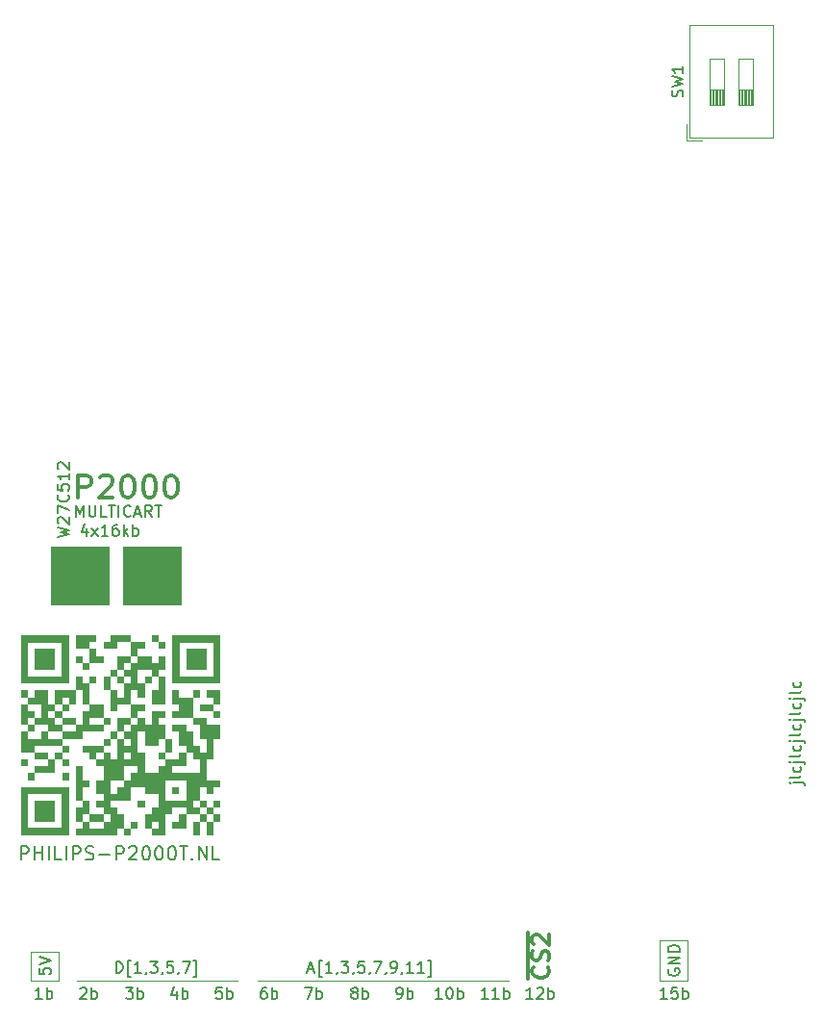
<source format=gbr>
G04 #@! TF.GenerationSoftware,KiCad,Pcbnew,7.0.10*
G04 #@! TF.CreationDate,2024-02-18T10:04:44+01:00*
G04 #@! TF.ProjectId,multicartridge-w27c512,6d756c74-6963-4617-9274-72696467652d,rev?*
G04 #@! TF.SameCoordinates,Original*
G04 #@! TF.FileFunction,Legend,Top*
G04 #@! TF.FilePolarity,Positive*
%FSLAX46Y46*%
G04 Gerber Fmt 4.6, Leading zero omitted, Abs format (unit mm)*
G04 Created by KiCad (PCBNEW 7.0.10) date 2024-02-18 10:04:44*
%MOMM*%
%LPD*%
G01*
G04 APERTURE LIST*
%ADD10C,0.120000*%
%ADD11C,0.150000*%
%ADD12C,0.300000*%
%ADD13C,0.200000*%
%ADD14R,1.600000X1.600000*%
%ADD15O,1.600000X1.600000*%
%ADD16C,1.600000*%
%ADD17R,2.000000X10.000000*%
G04 APERTURE END LIST*
D10*
X54214000Y-128905000D02*
X54214000Y-131445000D01*
X109586000Y-131445000D02*
X111999000Y-131445000D01*
X109586000Y-127889000D02*
X109586000Y-131445000D01*
X74153000Y-131445000D02*
X96251000Y-131445000D01*
X58278000Y-131445000D02*
X72375000Y-131445000D01*
X111999000Y-131445000D02*
X111999000Y-127889000D01*
X56627000Y-131445000D02*
X56627000Y-128905000D01*
X62367000Y-93265000D02*
X67447000Y-93265000D01*
X67447000Y-98345000D01*
X62367000Y-98345000D01*
X62367000Y-93265000D01*
G36*
X62367000Y-93265000D02*
G01*
X67447000Y-93265000D01*
X67447000Y-98345000D01*
X62367000Y-98345000D01*
X62367000Y-93265000D01*
G37*
X111999000Y-127889000D02*
X109586000Y-127889000D01*
X54214000Y-131445000D02*
X56627000Y-131445000D01*
X56017000Y-93265000D02*
X61097000Y-93265000D01*
X61097000Y-98345000D01*
X56017000Y-98345000D01*
X56017000Y-93265000D01*
G36*
X56017000Y-93265000D02*
G01*
X61097000Y-93265000D01*
X61097000Y-98345000D01*
X56017000Y-98345000D01*
X56017000Y-93265000D01*
G37*
X56627000Y-128905000D02*
X54214000Y-128905000D01*
D11*
X86464143Y-133042819D02*
X86654619Y-133042819D01*
X86654619Y-133042819D02*
X86749857Y-132995200D01*
X86749857Y-132995200D02*
X86797476Y-132947580D01*
X86797476Y-132947580D02*
X86892714Y-132804723D01*
X86892714Y-132804723D02*
X86940333Y-132614247D01*
X86940333Y-132614247D02*
X86940333Y-132233295D01*
X86940333Y-132233295D02*
X86892714Y-132138057D01*
X86892714Y-132138057D02*
X86845095Y-132090438D01*
X86845095Y-132090438D02*
X86749857Y-132042819D01*
X86749857Y-132042819D02*
X86559381Y-132042819D01*
X86559381Y-132042819D02*
X86464143Y-132090438D01*
X86464143Y-132090438D02*
X86416524Y-132138057D01*
X86416524Y-132138057D02*
X86368905Y-132233295D01*
X86368905Y-132233295D02*
X86368905Y-132471390D01*
X86368905Y-132471390D02*
X86416524Y-132566628D01*
X86416524Y-132566628D02*
X86464143Y-132614247D01*
X86464143Y-132614247D02*
X86559381Y-132661866D01*
X86559381Y-132661866D02*
X86749857Y-132661866D01*
X86749857Y-132661866D02*
X86845095Y-132614247D01*
X86845095Y-132614247D02*
X86892714Y-132566628D01*
X86892714Y-132566628D02*
X86940333Y-132471390D01*
X87368905Y-133042819D02*
X87368905Y-132042819D01*
X87368905Y-132423771D02*
X87464143Y-132376152D01*
X87464143Y-132376152D02*
X87654619Y-132376152D01*
X87654619Y-132376152D02*
X87749857Y-132423771D01*
X87749857Y-132423771D02*
X87797476Y-132471390D01*
X87797476Y-132471390D02*
X87845095Y-132566628D01*
X87845095Y-132566628D02*
X87845095Y-132852342D01*
X87845095Y-132852342D02*
X87797476Y-132947580D01*
X87797476Y-132947580D02*
X87749857Y-132995200D01*
X87749857Y-132995200D02*
X87654619Y-133042819D01*
X87654619Y-133042819D02*
X87464143Y-133042819D01*
X87464143Y-133042819D02*
X87368905Y-132995200D01*
X74907095Y-132042819D02*
X74716619Y-132042819D01*
X74716619Y-132042819D02*
X74621381Y-132090438D01*
X74621381Y-132090438D02*
X74573762Y-132138057D01*
X74573762Y-132138057D02*
X74478524Y-132280914D01*
X74478524Y-132280914D02*
X74430905Y-132471390D01*
X74430905Y-132471390D02*
X74430905Y-132852342D01*
X74430905Y-132852342D02*
X74478524Y-132947580D01*
X74478524Y-132947580D02*
X74526143Y-132995200D01*
X74526143Y-132995200D02*
X74621381Y-133042819D01*
X74621381Y-133042819D02*
X74811857Y-133042819D01*
X74811857Y-133042819D02*
X74907095Y-132995200D01*
X74907095Y-132995200D02*
X74954714Y-132947580D01*
X74954714Y-132947580D02*
X75002333Y-132852342D01*
X75002333Y-132852342D02*
X75002333Y-132614247D01*
X75002333Y-132614247D02*
X74954714Y-132519009D01*
X74954714Y-132519009D02*
X74907095Y-132471390D01*
X74907095Y-132471390D02*
X74811857Y-132423771D01*
X74811857Y-132423771D02*
X74621381Y-132423771D01*
X74621381Y-132423771D02*
X74526143Y-132471390D01*
X74526143Y-132471390D02*
X74478524Y-132519009D01*
X74478524Y-132519009D02*
X74430905Y-132614247D01*
X75430905Y-133042819D02*
X75430905Y-132042819D01*
X75430905Y-132423771D02*
X75526143Y-132376152D01*
X75526143Y-132376152D02*
X75716619Y-132376152D01*
X75716619Y-132376152D02*
X75811857Y-132423771D01*
X75811857Y-132423771D02*
X75859476Y-132471390D01*
X75859476Y-132471390D02*
X75907095Y-132566628D01*
X75907095Y-132566628D02*
X75907095Y-132852342D01*
X75907095Y-132852342D02*
X75859476Y-132947580D01*
X75859476Y-132947580D02*
X75811857Y-132995200D01*
X75811857Y-132995200D02*
X75716619Y-133042819D01*
X75716619Y-133042819D02*
X75526143Y-133042819D01*
X75526143Y-133042819D02*
X75430905Y-132995200D01*
X82622381Y-132471390D02*
X82527143Y-132423771D01*
X82527143Y-132423771D02*
X82479524Y-132376152D01*
X82479524Y-132376152D02*
X82431905Y-132280914D01*
X82431905Y-132280914D02*
X82431905Y-132233295D01*
X82431905Y-132233295D02*
X82479524Y-132138057D01*
X82479524Y-132138057D02*
X82527143Y-132090438D01*
X82527143Y-132090438D02*
X82622381Y-132042819D01*
X82622381Y-132042819D02*
X82812857Y-132042819D01*
X82812857Y-132042819D02*
X82908095Y-132090438D01*
X82908095Y-132090438D02*
X82955714Y-132138057D01*
X82955714Y-132138057D02*
X83003333Y-132233295D01*
X83003333Y-132233295D02*
X83003333Y-132280914D01*
X83003333Y-132280914D02*
X82955714Y-132376152D01*
X82955714Y-132376152D02*
X82908095Y-132423771D01*
X82908095Y-132423771D02*
X82812857Y-132471390D01*
X82812857Y-132471390D02*
X82622381Y-132471390D01*
X82622381Y-132471390D02*
X82527143Y-132519009D01*
X82527143Y-132519009D02*
X82479524Y-132566628D01*
X82479524Y-132566628D02*
X82431905Y-132661866D01*
X82431905Y-132661866D02*
X82431905Y-132852342D01*
X82431905Y-132852342D02*
X82479524Y-132947580D01*
X82479524Y-132947580D02*
X82527143Y-132995200D01*
X82527143Y-132995200D02*
X82622381Y-133042819D01*
X82622381Y-133042819D02*
X82812857Y-133042819D01*
X82812857Y-133042819D02*
X82908095Y-132995200D01*
X82908095Y-132995200D02*
X82955714Y-132947580D01*
X82955714Y-132947580D02*
X83003333Y-132852342D01*
X83003333Y-132852342D02*
X83003333Y-132661866D01*
X83003333Y-132661866D02*
X82955714Y-132566628D01*
X82955714Y-132566628D02*
X82908095Y-132519009D01*
X82908095Y-132519009D02*
X82812857Y-132471390D01*
X83431905Y-133042819D02*
X83431905Y-132042819D01*
X83431905Y-132423771D02*
X83527143Y-132376152D01*
X83527143Y-132376152D02*
X83717619Y-132376152D01*
X83717619Y-132376152D02*
X83812857Y-132423771D01*
X83812857Y-132423771D02*
X83860476Y-132471390D01*
X83860476Y-132471390D02*
X83908095Y-132566628D01*
X83908095Y-132566628D02*
X83908095Y-132852342D01*
X83908095Y-132852342D02*
X83860476Y-132947580D01*
X83860476Y-132947580D02*
X83812857Y-132995200D01*
X83812857Y-132995200D02*
X83717619Y-133042819D01*
X83717619Y-133042819D02*
X83527143Y-133042819D01*
X83527143Y-133042819D02*
X83431905Y-132995200D01*
X67033095Y-132376152D02*
X67033095Y-133042819D01*
X66795000Y-131995200D02*
X66556905Y-132709485D01*
X66556905Y-132709485D02*
X67175952Y-132709485D01*
X67556905Y-133042819D02*
X67556905Y-132042819D01*
X67556905Y-132423771D02*
X67652143Y-132376152D01*
X67652143Y-132376152D02*
X67842619Y-132376152D01*
X67842619Y-132376152D02*
X67937857Y-132423771D01*
X67937857Y-132423771D02*
X67985476Y-132471390D01*
X67985476Y-132471390D02*
X68033095Y-132566628D01*
X68033095Y-132566628D02*
X68033095Y-132852342D01*
X68033095Y-132852342D02*
X67985476Y-132947580D01*
X67985476Y-132947580D02*
X67937857Y-132995200D01*
X67937857Y-132995200D02*
X67842619Y-133042819D01*
X67842619Y-133042819D02*
X67652143Y-133042819D01*
X67652143Y-133042819D02*
X67556905Y-132995200D01*
X55190333Y-133042819D02*
X54618905Y-133042819D01*
X54904619Y-133042819D02*
X54904619Y-132042819D01*
X54904619Y-132042819D02*
X54809381Y-132185676D01*
X54809381Y-132185676D02*
X54714143Y-132280914D01*
X54714143Y-132280914D02*
X54618905Y-132328533D01*
X55618905Y-133042819D02*
X55618905Y-132042819D01*
X55618905Y-132423771D02*
X55714143Y-132376152D01*
X55714143Y-132376152D02*
X55904619Y-132376152D01*
X55904619Y-132376152D02*
X55999857Y-132423771D01*
X55999857Y-132423771D02*
X56047476Y-132471390D01*
X56047476Y-132471390D02*
X56095095Y-132566628D01*
X56095095Y-132566628D02*
X56095095Y-132852342D01*
X56095095Y-132852342D02*
X56047476Y-132947580D01*
X56047476Y-132947580D02*
X55999857Y-132995200D01*
X55999857Y-132995200D02*
X55904619Y-133042819D01*
X55904619Y-133042819D02*
X55714143Y-133042819D01*
X55714143Y-133042819D02*
X55618905Y-132995200D01*
X58555905Y-132138057D02*
X58603524Y-132090438D01*
X58603524Y-132090438D02*
X58698762Y-132042819D01*
X58698762Y-132042819D02*
X58936857Y-132042819D01*
X58936857Y-132042819D02*
X59032095Y-132090438D01*
X59032095Y-132090438D02*
X59079714Y-132138057D01*
X59079714Y-132138057D02*
X59127333Y-132233295D01*
X59127333Y-132233295D02*
X59127333Y-132328533D01*
X59127333Y-132328533D02*
X59079714Y-132471390D01*
X59079714Y-132471390D02*
X58508286Y-133042819D01*
X58508286Y-133042819D02*
X59127333Y-133042819D01*
X59555905Y-133042819D02*
X59555905Y-132042819D01*
X59555905Y-132423771D02*
X59651143Y-132376152D01*
X59651143Y-132376152D02*
X59841619Y-132376152D01*
X59841619Y-132376152D02*
X59936857Y-132423771D01*
X59936857Y-132423771D02*
X59984476Y-132471390D01*
X59984476Y-132471390D02*
X60032095Y-132566628D01*
X60032095Y-132566628D02*
X60032095Y-132852342D01*
X60032095Y-132852342D02*
X59984476Y-132947580D01*
X59984476Y-132947580D02*
X59936857Y-132995200D01*
X59936857Y-132995200D02*
X59841619Y-133042819D01*
X59841619Y-133042819D02*
X59651143Y-133042819D01*
X59651143Y-133042819D02*
X59555905Y-132995200D01*
X71017714Y-132042819D02*
X70541524Y-132042819D01*
X70541524Y-132042819D02*
X70493905Y-132519009D01*
X70493905Y-132519009D02*
X70541524Y-132471390D01*
X70541524Y-132471390D02*
X70636762Y-132423771D01*
X70636762Y-132423771D02*
X70874857Y-132423771D01*
X70874857Y-132423771D02*
X70970095Y-132471390D01*
X70970095Y-132471390D02*
X71017714Y-132519009D01*
X71017714Y-132519009D02*
X71065333Y-132614247D01*
X71065333Y-132614247D02*
X71065333Y-132852342D01*
X71065333Y-132852342D02*
X71017714Y-132947580D01*
X71017714Y-132947580D02*
X70970095Y-132995200D01*
X70970095Y-132995200D02*
X70874857Y-133042819D01*
X70874857Y-133042819D02*
X70636762Y-133042819D01*
X70636762Y-133042819D02*
X70541524Y-132995200D01*
X70541524Y-132995200D02*
X70493905Y-132947580D01*
X71493905Y-133042819D02*
X71493905Y-132042819D01*
X71493905Y-132423771D02*
X71589143Y-132376152D01*
X71589143Y-132376152D02*
X71779619Y-132376152D01*
X71779619Y-132376152D02*
X71874857Y-132423771D01*
X71874857Y-132423771D02*
X71922476Y-132471390D01*
X71922476Y-132471390D02*
X71970095Y-132566628D01*
X71970095Y-132566628D02*
X71970095Y-132852342D01*
X71970095Y-132852342D02*
X71922476Y-132947580D01*
X71922476Y-132947580D02*
X71874857Y-132995200D01*
X71874857Y-132995200D02*
X71779619Y-133042819D01*
X71779619Y-133042819D02*
X71589143Y-133042819D01*
X71589143Y-133042819D02*
X71493905Y-132995200D01*
X78320286Y-132042819D02*
X78986952Y-132042819D01*
X78986952Y-132042819D02*
X78558381Y-133042819D01*
X79367905Y-133042819D02*
X79367905Y-132042819D01*
X79367905Y-132423771D02*
X79463143Y-132376152D01*
X79463143Y-132376152D02*
X79653619Y-132376152D01*
X79653619Y-132376152D02*
X79748857Y-132423771D01*
X79748857Y-132423771D02*
X79796476Y-132471390D01*
X79796476Y-132471390D02*
X79844095Y-132566628D01*
X79844095Y-132566628D02*
X79844095Y-132852342D01*
X79844095Y-132852342D02*
X79796476Y-132947580D01*
X79796476Y-132947580D02*
X79748857Y-132995200D01*
X79748857Y-132995200D02*
X79653619Y-133042819D01*
X79653619Y-133042819D02*
X79463143Y-133042819D01*
X79463143Y-133042819D02*
X79367905Y-132995200D01*
X94465142Y-133042819D02*
X93893714Y-133042819D01*
X94179428Y-133042819D02*
X94179428Y-132042819D01*
X94179428Y-132042819D02*
X94084190Y-132185676D01*
X94084190Y-132185676D02*
X93988952Y-132280914D01*
X93988952Y-132280914D02*
X93893714Y-132328533D01*
X95417523Y-133042819D02*
X94846095Y-133042819D01*
X95131809Y-133042819D02*
X95131809Y-132042819D01*
X95131809Y-132042819D02*
X95036571Y-132185676D01*
X95036571Y-132185676D02*
X94941333Y-132280914D01*
X94941333Y-132280914D02*
X94846095Y-132328533D01*
X95846095Y-133042819D02*
X95846095Y-132042819D01*
X95846095Y-132423771D02*
X95941333Y-132376152D01*
X95941333Y-132376152D02*
X96131809Y-132376152D01*
X96131809Y-132376152D02*
X96227047Y-132423771D01*
X96227047Y-132423771D02*
X96274666Y-132471390D01*
X96274666Y-132471390D02*
X96322285Y-132566628D01*
X96322285Y-132566628D02*
X96322285Y-132852342D01*
X96322285Y-132852342D02*
X96274666Y-132947580D01*
X96274666Y-132947580D02*
X96227047Y-132995200D01*
X96227047Y-132995200D02*
X96131809Y-133042819D01*
X96131809Y-133042819D02*
X95941333Y-133042819D01*
X95941333Y-133042819D02*
X95846095Y-132995200D01*
X98402142Y-133042819D02*
X97830714Y-133042819D01*
X98116428Y-133042819D02*
X98116428Y-132042819D01*
X98116428Y-132042819D02*
X98021190Y-132185676D01*
X98021190Y-132185676D02*
X97925952Y-132280914D01*
X97925952Y-132280914D02*
X97830714Y-132328533D01*
X98783095Y-132138057D02*
X98830714Y-132090438D01*
X98830714Y-132090438D02*
X98925952Y-132042819D01*
X98925952Y-132042819D02*
X99164047Y-132042819D01*
X99164047Y-132042819D02*
X99259285Y-132090438D01*
X99259285Y-132090438D02*
X99306904Y-132138057D01*
X99306904Y-132138057D02*
X99354523Y-132233295D01*
X99354523Y-132233295D02*
X99354523Y-132328533D01*
X99354523Y-132328533D02*
X99306904Y-132471390D01*
X99306904Y-132471390D02*
X98735476Y-133042819D01*
X98735476Y-133042819D02*
X99354523Y-133042819D01*
X99783095Y-133042819D02*
X99783095Y-132042819D01*
X99783095Y-132423771D02*
X99878333Y-132376152D01*
X99878333Y-132376152D02*
X100068809Y-132376152D01*
X100068809Y-132376152D02*
X100164047Y-132423771D01*
X100164047Y-132423771D02*
X100211666Y-132471390D01*
X100211666Y-132471390D02*
X100259285Y-132566628D01*
X100259285Y-132566628D02*
X100259285Y-132852342D01*
X100259285Y-132852342D02*
X100211666Y-132947580D01*
X100211666Y-132947580D02*
X100164047Y-132995200D01*
X100164047Y-132995200D02*
X100068809Y-133042819D01*
X100068809Y-133042819D02*
X99878333Y-133042819D01*
X99878333Y-133042819D02*
X99783095Y-132995200D01*
X110213142Y-133042819D02*
X109641714Y-133042819D01*
X109927428Y-133042819D02*
X109927428Y-132042819D01*
X109927428Y-132042819D02*
X109832190Y-132185676D01*
X109832190Y-132185676D02*
X109736952Y-132280914D01*
X109736952Y-132280914D02*
X109641714Y-132328533D01*
X111117904Y-132042819D02*
X110641714Y-132042819D01*
X110641714Y-132042819D02*
X110594095Y-132519009D01*
X110594095Y-132519009D02*
X110641714Y-132471390D01*
X110641714Y-132471390D02*
X110736952Y-132423771D01*
X110736952Y-132423771D02*
X110975047Y-132423771D01*
X110975047Y-132423771D02*
X111070285Y-132471390D01*
X111070285Y-132471390D02*
X111117904Y-132519009D01*
X111117904Y-132519009D02*
X111165523Y-132614247D01*
X111165523Y-132614247D02*
X111165523Y-132852342D01*
X111165523Y-132852342D02*
X111117904Y-132947580D01*
X111117904Y-132947580D02*
X111070285Y-132995200D01*
X111070285Y-132995200D02*
X110975047Y-133042819D01*
X110975047Y-133042819D02*
X110736952Y-133042819D01*
X110736952Y-133042819D02*
X110641714Y-132995200D01*
X110641714Y-132995200D02*
X110594095Y-132947580D01*
X111594095Y-133042819D02*
X111594095Y-132042819D01*
X111594095Y-132423771D02*
X111689333Y-132376152D01*
X111689333Y-132376152D02*
X111879809Y-132376152D01*
X111879809Y-132376152D02*
X111975047Y-132423771D01*
X111975047Y-132423771D02*
X112022666Y-132471390D01*
X112022666Y-132471390D02*
X112070285Y-132566628D01*
X112070285Y-132566628D02*
X112070285Y-132852342D01*
X112070285Y-132852342D02*
X112022666Y-132947580D01*
X112022666Y-132947580D02*
X111975047Y-132995200D01*
X111975047Y-132995200D02*
X111879809Y-133042819D01*
X111879809Y-133042819D02*
X111689333Y-133042819D01*
X111689333Y-133042819D02*
X111594095Y-132995200D01*
X62572286Y-132042819D02*
X63191333Y-132042819D01*
X63191333Y-132042819D02*
X62858000Y-132423771D01*
X62858000Y-132423771D02*
X63000857Y-132423771D01*
X63000857Y-132423771D02*
X63096095Y-132471390D01*
X63096095Y-132471390D02*
X63143714Y-132519009D01*
X63143714Y-132519009D02*
X63191333Y-132614247D01*
X63191333Y-132614247D02*
X63191333Y-132852342D01*
X63191333Y-132852342D02*
X63143714Y-132947580D01*
X63143714Y-132947580D02*
X63096095Y-132995200D01*
X63096095Y-132995200D02*
X63000857Y-133042819D01*
X63000857Y-133042819D02*
X62715143Y-133042819D01*
X62715143Y-133042819D02*
X62619905Y-132995200D01*
X62619905Y-132995200D02*
X62572286Y-132947580D01*
X63619905Y-133042819D02*
X63619905Y-132042819D01*
X63619905Y-132423771D02*
X63715143Y-132376152D01*
X63715143Y-132376152D02*
X63905619Y-132376152D01*
X63905619Y-132376152D02*
X64000857Y-132423771D01*
X64000857Y-132423771D02*
X64048476Y-132471390D01*
X64048476Y-132471390D02*
X64096095Y-132566628D01*
X64096095Y-132566628D02*
X64096095Y-132852342D01*
X64096095Y-132852342D02*
X64048476Y-132947580D01*
X64048476Y-132947580D02*
X64000857Y-132995200D01*
X64000857Y-132995200D02*
X63905619Y-133042819D01*
X63905619Y-133042819D02*
X63715143Y-133042819D01*
X63715143Y-133042819D02*
X63619905Y-132995200D01*
X90401142Y-133042819D02*
X89829714Y-133042819D01*
X90115428Y-133042819D02*
X90115428Y-132042819D01*
X90115428Y-132042819D02*
X90020190Y-132185676D01*
X90020190Y-132185676D02*
X89924952Y-132280914D01*
X89924952Y-132280914D02*
X89829714Y-132328533D01*
X91020190Y-132042819D02*
X91115428Y-132042819D01*
X91115428Y-132042819D02*
X91210666Y-132090438D01*
X91210666Y-132090438D02*
X91258285Y-132138057D01*
X91258285Y-132138057D02*
X91305904Y-132233295D01*
X91305904Y-132233295D02*
X91353523Y-132423771D01*
X91353523Y-132423771D02*
X91353523Y-132661866D01*
X91353523Y-132661866D02*
X91305904Y-132852342D01*
X91305904Y-132852342D02*
X91258285Y-132947580D01*
X91258285Y-132947580D02*
X91210666Y-132995200D01*
X91210666Y-132995200D02*
X91115428Y-133042819D01*
X91115428Y-133042819D02*
X91020190Y-133042819D01*
X91020190Y-133042819D02*
X90924952Y-132995200D01*
X90924952Y-132995200D02*
X90877333Y-132947580D01*
X90877333Y-132947580D02*
X90829714Y-132852342D01*
X90829714Y-132852342D02*
X90782095Y-132661866D01*
X90782095Y-132661866D02*
X90782095Y-132423771D01*
X90782095Y-132423771D02*
X90829714Y-132233295D01*
X90829714Y-132233295D02*
X90877333Y-132138057D01*
X90877333Y-132138057D02*
X90924952Y-132090438D01*
X90924952Y-132090438D02*
X91020190Y-132042819D01*
X91782095Y-133042819D02*
X91782095Y-132042819D01*
X91782095Y-132423771D02*
X91877333Y-132376152D01*
X91877333Y-132376152D02*
X92067809Y-132376152D01*
X92067809Y-132376152D02*
X92163047Y-132423771D01*
X92163047Y-132423771D02*
X92210666Y-132471390D01*
X92210666Y-132471390D02*
X92258285Y-132566628D01*
X92258285Y-132566628D02*
X92258285Y-132852342D01*
X92258285Y-132852342D02*
X92210666Y-132947580D01*
X92210666Y-132947580D02*
X92163047Y-132995200D01*
X92163047Y-132995200D02*
X92067809Y-133042819D01*
X92067809Y-133042819D02*
X91877333Y-133042819D01*
X91877333Y-133042819D02*
X91782095Y-132995200D01*
X110358438Y-130428904D02*
X110310819Y-130524142D01*
X110310819Y-130524142D02*
X110310819Y-130666999D01*
X110310819Y-130666999D02*
X110358438Y-130809856D01*
X110358438Y-130809856D02*
X110453676Y-130905094D01*
X110453676Y-130905094D02*
X110548914Y-130952713D01*
X110548914Y-130952713D02*
X110739390Y-131000332D01*
X110739390Y-131000332D02*
X110882247Y-131000332D01*
X110882247Y-131000332D02*
X111072723Y-130952713D01*
X111072723Y-130952713D02*
X111167961Y-130905094D01*
X111167961Y-130905094D02*
X111263200Y-130809856D01*
X111263200Y-130809856D02*
X111310819Y-130666999D01*
X111310819Y-130666999D02*
X111310819Y-130571761D01*
X111310819Y-130571761D02*
X111263200Y-130428904D01*
X111263200Y-130428904D02*
X111215580Y-130381285D01*
X111215580Y-130381285D02*
X110882247Y-130381285D01*
X110882247Y-130381285D02*
X110882247Y-130571761D01*
X111310819Y-129952713D02*
X110310819Y-129952713D01*
X110310819Y-129952713D02*
X111310819Y-129381285D01*
X111310819Y-129381285D02*
X110310819Y-129381285D01*
X111310819Y-128905094D02*
X110310819Y-128905094D01*
X110310819Y-128905094D02*
X110310819Y-128666999D01*
X110310819Y-128666999D02*
X110358438Y-128524142D01*
X110358438Y-128524142D02*
X110453676Y-128428904D01*
X110453676Y-128428904D02*
X110548914Y-128381285D01*
X110548914Y-128381285D02*
X110739390Y-128333666D01*
X110739390Y-128333666D02*
X110882247Y-128333666D01*
X110882247Y-128333666D02*
X111072723Y-128381285D01*
X111072723Y-128381285D02*
X111167961Y-128428904D01*
X111167961Y-128428904D02*
X111263200Y-128524142D01*
X111263200Y-128524142D02*
X111310819Y-128666999D01*
X111310819Y-128666999D02*
X111310819Y-128905094D01*
X56555819Y-92422523D02*
X57555819Y-92184428D01*
X57555819Y-92184428D02*
X56841533Y-91993952D01*
X56841533Y-91993952D02*
X57555819Y-91803476D01*
X57555819Y-91803476D02*
X56555819Y-91565381D01*
X56651057Y-91232047D02*
X56603438Y-91184428D01*
X56603438Y-91184428D02*
X56555819Y-91089190D01*
X56555819Y-91089190D02*
X56555819Y-90851095D01*
X56555819Y-90851095D02*
X56603438Y-90755857D01*
X56603438Y-90755857D02*
X56651057Y-90708238D01*
X56651057Y-90708238D02*
X56746295Y-90660619D01*
X56746295Y-90660619D02*
X56841533Y-90660619D01*
X56841533Y-90660619D02*
X56984390Y-90708238D01*
X56984390Y-90708238D02*
X57555819Y-91279666D01*
X57555819Y-91279666D02*
X57555819Y-90660619D01*
X56555819Y-90327285D02*
X56555819Y-89660619D01*
X56555819Y-89660619D02*
X57555819Y-90089190D01*
X57460580Y-88708238D02*
X57508200Y-88755857D01*
X57508200Y-88755857D02*
X57555819Y-88898714D01*
X57555819Y-88898714D02*
X57555819Y-88993952D01*
X57555819Y-88993952D02*
X57508200Y-89136809D01*
X57508200Y-89136809D02*
X57412961Y-89232047D01*
X57412961Y-89232047D02*
X57317723Y-89279666D01*
X57317723Y-89279666D02*
X57127247Y-89327285D01*
X57127247Y-89327285D02*
X56984390Y-89327285D01*
X56984390Y-89327285D02*
X56793914Y-89279666D01*
X56793914Y-89279666D02*
X56698676Y-89232047D01*
X56698676Y-89232047D02*
X56603438Y-89136809D01*
X56603438Y-89136809D02*
X56555819Y-88993952D01*
X56555819Y-88993952D02*
X56555819Y-88898714D01*
X56555819Y-88898714D02*
X56603438Y-88755857D01*
X56603438Y-88755857D02*
X56651057Y-88708238D01*
X56555819Y-87803476D02*
X56555819Y-88279666D01*
X56555819Y-88279666D02*
X57032009Y-88327285D01*
X57032009Y-88327285D02*
X56984390Y-88279666D01*
X56984390Y-88279666D02*
X56936771Y-88184428D01*
X56936771Y-88184428D02*
X56936771Y-87946333D01*
X56936771Y-87946333D02*
X56984390Y-87851095D01*
X56984390Y-87851095D02*
X57032009Y-87803476D01*
X57032009Y-87803476D02*
X57127247Y-87755857D01*
X57127247Y-87755857D02*
X57365342Y-87755857D01*
X57365342Y-87755857D02*
X57460580Y-87803476D01*
X57460580Y-87803476D02*
X57508200Y-87851095D01*
X57508200Y-87851095D02*
X57555819Y-87946333D01*
X57555819Y-87946333D02*
X57555819Y-88184428D01*
X57555819Y-88184428D02*
X57508200Y-88279666D01*
X57508200Y-88279666D02*
X57460580Y-88327285D01*
X57555819Y-86803476D02*
X57555819Y-87374904D01*
X57555819Y-87089190D02*
X56555819Y-87089190D01*
X56555819Y-87089190D02*
X56698676Y-87184428D01*
X56698676Y-87184428D02*
X56793914Y-87279666D01*
X56793914Y-87279666D02*
X56841533Y-87374904D01*
X56651057Y-86422523D02*
X56603438Y-86374904D01*
X56603438Y-86374904D02*
X56555819Y-86279666D01*
X56555819Y-86279666D02*
X56555819Y-86041571D01*
X56555819Y-86041571D02*
X56603438Y-85946333D01*
X56603438Y-85946333D02*
X56651057Y-85898714D01*
X56651057Y-85898714D02*
X56746295Y-85851095D01*
X56746295Y-85851095D02*
X56841533Y-85851095D01*
X56841533Y-85851095D02*
X56984390Y-85898714D01*
X56984390Y-85898714D02*
X57555819Y-86470142D01*
X57555819Y-86470142D02*
X57555819Y-85851095D01*
X58181724Y-90641819D02*
X58181724Y-89641819D01*
X58181724Y-89641819D02*
X58515057Y-90356104D01*
X58515057Y-90356104D02*
X58848390Y-89641819D01*
X58848390Y-89641819D02*
X58848390Y-90641819D01*
X59324581Y-89641819D02*
X59324581Y-90451342D01*
X59324581Y-90451342D02*
X59372200Y-90546580D01*
X59372200Y-90546580D02*
X59419819Y-90594200D01*
X59419819Y-90594200D02*
X59515057Y-90641819D01*
X59515057Y-90641819D02*
X59705533Y-90641819D01*
X59705533Y-90641819D02*
X59800771Y-90594200D01*
X59800771Y-90594200D02*
X59848390Y-90546580D01*
X59848390Y-90546580D02*
X59896009Y-90451342D01*
X59896009Y-90451342D02*
X59896009Y-89641819D01*
X60848390Y-90641819D02*
X60372200Y-90641819D01*
X60372200Y-90641819D02*
X60372200Y-89641819D01*
X61038867Y-89641819D02*
X61610295Y-89641819D01*
X61324581Y-90641819D02*
X61324581Y-89641819D01*
X61943629Y-90641819D02*
X61943629Y-89641819D01*
X62991247Y-90546580D02*
X62943628Y-90594200D01*
X62943628Y-90594200D02*
X62800771Y-90641819D01*
X62800771Y-90641819D02*
X62705533Y-90641819D01*
X62705533Y-90641819D02*
X62562676Y-90594200D01*
X62562676Y-90594200D02*
X62467438Y-90498961D01*
X62467438Y-90498961D02*
X62419819Y-90403723D01*
X62419819Y-90403723D02*
X62372200Y-90213247D01*
X62372200Y-90213247D02*
X62372200Y-90070390D01*
X62372200Y-90070390D02*
X62419819Y-89879914D01*
X62419819Y-89879914D02*
X62467438Y-89784676D01*
X62467438Y-89784676D02*
X62562676Y-89689438D01*
X62562676Y-89689438D02*
X62705533Y-89641819D01*
X62705533Y-89641819D02*
X62800771Y-89641819D01*
X62800771Y-89641819D02*
X62943628Y-89689438D01*
X62943628Y-89689438D02*
X62991247Y-89737057D01*
X63372200Y-90356104D02*
X63848390Y-90356104D01*
X63276962Y-90641819D02*
X63610295Y-89641819D01*
X63610295Y-89641819D02*
X63943628Y-90641819D01*
X64848390Y-90641819D02*
X64515057Y-90165628D01*
X64276962Y-90641819D02*
X64276962Y-89641819D01*
X64276962Y-89641819D02*
X64657914Y-89641819D01*
X64657914Y-89641819D02*
X64753152Y-89689438D01*
X64753152Y-89689438D02*
X64800771Y-89737057D01*
X64800771Y-89737057D02*
X64848390Y-89832295D01*
X64848390Y-89832295D02*
X64848390Y-89975152D01*
X64848390Y-89975152D02*
X64800771Y-90070390D01*
X64800771Y-90070390D02*
X64753152Y-90118009D01*
X64753152Y-90118009D02*
X64657914Y-90165628D01*
X64657914Y-90165628D02*
X64276962Y-90165628D01*
X65134105Y-89641819D02*
X65705533Y-89641819D01*
X65419819Y-90641819D02*
X65419819Y-89641819D01*
D12*
X58361558Y-88971638D02*
X58361558Y-86971638D01*
X58361558Y-86971638D02*
X59123463Y-86971638D01*
X59123463Y-86971638D02*
X59313939Y-87066876D01*
X59313939Y-87066876D02*
X59409177Y-87162114D01*
X59409177Y-87162114D02*
X59504415Y-87352590D01*
X59504415Y-87352590D02*
X59504415Y-87638304D01*
X59504415Y-87638304D02*
X59409177Y-87828780D01*
X59409177Y-87828780D02*
X59313939Y-87924019D01*
X59313939Y-87924019D02*
X59123463Y-88019257D01*
X59123463Y-88019257D02*
X58361558Y-88019257D01*
X60266320Y-87162114D02*
X60361558Y-87066876D01*
X60361558Y-87066876D02*
X60552034Y-86971638D01*
X60552034Y-86971638D02*
X61028225Y-86971638D01*
X61028225Y-86971638D02*
X61218701Y-87066876D01*
X61218701Y-87066876D02*
X61313939Y-87162114D01*
X61313939Y-87162114D02*
X61409177Y-87352590D01*
X61409177Y-87352590D02*
X61409177Y-87543066D01*
X61409177Y-87543066D02*
X61313939Y-87828780D01*
X61313939Y-87828780D02*
X60171082Y-88971638D01*
X60171082Y-88971638D02*
X61409177Y-88971638D01*
X62647272Y-86971638D02*
X62837749Y-86971638D01*
X62837749Y-86971638D02*
X63028225Y-87066876D01*
X63028225Y-87066876D02*
X63123463Y-87162114D01*
X63123463Y-87162114D02*
X63218701Y-87352590D01*
X63218701Y-87352590D02*
X63313939Y-87733542D01*
X63313939Y-87733542D02*
X63313939Y-88209733D01*
X63313939Y-88209733D02*
X63218701Y-88590685D01*
X63218701Y-88590685D02*
X63123463Y-88781161D01*
X63123463Y-88781161D02*
X63028225Y-88876400D01*
X63028225Y-88876400D02*
X62837749Y-88971638D01*
X62837749Y-88971638D02*
X62647272Y-88971638D01*
X62647272Y-88971638D02*
X62456796Y-88876400D01*
X62456796Y-88876400D02*
X62361558Y-88781161D01*
X62361558Y-88781161D02*
X62266320Y-88590685D01*
X62266320Y-88590685D02*
X62171082Y-88209733D01*
X62171082Y-88209733D02*
X62171082Y-87733542D01*
X62171082Y-87733542D02*
X62266320Y-87352590D01*
X62266320Y-87352590D02*
X62361558Y-87162114D01*
X62361558Y-87162114D02*
X62456796Y-87066876D01*
X62456796Y-87066876D02*
X62647272Y-86971638D01*
X64552034Y-86971638D02*
X64742511Y-86971638D01*
X64742511Y-86971638D02*
X64932987Y-87066876D01*
X64932987Y-87066876D02*
X65028225Y-87162114D01*
X65028225Y-87162114D02*
X65123463Y-87352590D01*
X65123463Y-87352590D02*
X65218701Y-87733542D01*
X65218701Y-87733542D02*
X65218701Y-88209733D01*
X65218701Y-88209733D02*
X65123463Y-88590685D01*
X65123463Y-88590685D02*
X65028225Y-88781161D01*
X65028225Y-88781161D02*
X64932987Y-88876400D01*
X64932987Y-88876400D02*
X64742511Y-88971638D01*
X64742511Y-88971638D02*
X64552034Y-88971638D01*
X64552034Y-88971638D02*
X64361558Y-88876400D01*
X64361558Y-88876400D02*
X64266320Y-88781161D01*
X64266320Y-88781161D02*
X64171082Y-88590685D01*
X64171082Y-88590685D02*
X64075844Y-88209733D01*
X64075844Y-88209733D02*
X64075844Y-87733542D01*
X64075844Y-87733542D02*
X64171082Y-87352590D01*
X64171082Y-87352590D02*
X64266320Y-87162114D01*
X64266320Y-87162114D02*
X64361558Y-87066876D01*
X64361558Y-87066876D02*
X64552034Y-86971638D01*
X66456796Y-86971638D02*
X66647273Y-86971638D01*
X66647273Y-86971638D02*
X66837749Y-87066876D01*
X66837749Y-87066876D02*
X66932987Y-87162114D01*
X66932987Y-87162114D02*
X67028225Y-87352590D01*
X67028225Y-87352590D02*
X67123463Y-87733542D01*
X67123463Y-87733542D02*
X67123463Y-88209733D01*
X67123463Y-88209733D02*
X67028225Y-88590685D01*
X67028225Y-88590685D02*
X66932987Y-88781161D01*
X66932987Y-88781161D02*
X66837749Y-88876400D01*
X66837749Y-88876400D02*
X66647273Y-88971638D01*
X66647273Y-88971638D02*
X66456796Y-88971638D01*
X66456796Y-88971638D02*
X66266320Y-88876400D01*
X66266320Y-88876400D02*
X66171082Y-88781161D01*
X66171082Y-88781161D02*
X66075844Y-88590685D01*
X66075844Y-88590685D02*
X65980606Y-88209733D01*
X65980606Y-88209733D02*
X65980606Y-87733542D01*
X65980606Y-87733542D02*
X66075844Y-87352590D01*
X66075844Y-87352590D02*
X66171082Y-87162114D01*
X66171082Y-87162114D02*
X66266320Y-87066876D01*
X66266320Y-87066876D02*
X66456796Y-86971638D01*
D11*
X59137190Y-91651552D02*
X59137190Y-92318219D01*
X58899095Y-91270600D02*
X58661000Y-91984885D01*
X58661000Y-91984885D02*
X59280047Y-91984885D01*
X59565762Y-92318219D02*
X60089571Y-91651552D01*
X59565762Y-91651552D02*
X60089571Y-92318219D01*
X60994333Y-92318219D02*
X60422905Y-92318219D01*
X60708619Y-92318219D02*
X60708619Y-91318219D01*
X60708619Y-91318219D02*
X60613381Y-91461076D01*
X60613381Y-91461076D02*
X60518143Y-91556314D01*
X60518143Y-91556314D02*
X60422905Y-91603933D01*
X61851476Y-91318219D02*
X61661000Y-91318219D01*
X61661000Y-91318219D02*
X61565762Y-91365838D01*
X61565762Y-91365838D02*
X61518143Y-91413457D01*
X61518143Y-91413457D02*
X61422905Y-91556314D01*
X61422905Y-91556314D02*
X61375286Y-91746790D01*
X61375286Y-91746790D02*
X61375286Y-92127742D01*
X61375286Y-92127742D02*
X61422905Y-92222980D01*
X61422905Y-92222980D02*
X61470524Y-92270600D01*
X61470524Y-92270600D02*
X61565762Y-92318219D01*
X61565762Y-92318219D02*
X61756238Y-92318219D01*
X61756238Y-92318219D02*
X61851476Y-92270600D01*
X61851476Y-92270600D02*
X61899095Y-92222980D01*
X61899095Y-92222980D02*
X61946714Y-92127742D01*
X61946714Y-92127742D02*
X61946714Y-91889647D01*
X61946714Y-91889647D02*
X61899095Y-91794409D01*
X61899095Y-91794409D02*
X61851476Y-91746790D01*
X61851476Y-91746790D02*
X61756238Y-91699171D01*
X61756238Y-91699171D02*
X61565762Y-91699171D01*
X61565762Y-91699171D02*
X61470524Y-91746790D01*
X61470524Y-91746790D02*
X61422905Y-91794409D01*
X61422905Y-91794409D02*
X61375286Y-91889647D01*
X62375286Y-92318219D02*
X62375286Y-91318219D01*
X62470524Y-91937266D02*
X62756238Y-92318219D01*
X62756238Y-91651552D02*
X62375286Y-92032504D01*
X63184810Y-92318219D02*
X63184810Y-91318219D01*
X63184810Y-91699171D02*
X63280048Y-91651552D01*
X63280048Y-91651552D02*
X63470524Y-91651552D01*
X63470524Y-91651552D02*
X63565762Y-91699171D01*
X63565762Y-91699171D02*
X63613381Y-91746790D01*
X63613381Y-91746790D02*
X63661000Y-91842028D01*
X63661000Y-91842028D02*
X63661000Y-92127742D01*
X63661000Y-92127742D02*
X63613381Y-92222980D01*
X63613381Y-92222980D02*
X63565762Y-92270600D01*
X63565762Y-92270600D02*
X63470524Y-92318219D01*
X63470524Y-92318219D02*
X63280048Y-92318219D01*
X63280048Y-92318219D02*
X63184810Y-92270600D01*
X78630429Y-130471104D02*
X79106619Y-130471104D01*
X78535191Y-130756819D02*
X78868524Y-129756819D01*
X78868524Y-129756819D02*
X79201857Y-130756819D01*
X79820905Y-131090152D02*
X79582810Y-131090152D01*
X79582810Y-131090152D02*
X79582810Y-129661580D01*
X79582810Y-129661580D02*
X79820905Y-129661580D01*
X80725667Y-130756819D02*
X80154239Y-130756819D01*
X80439953Y-130756819D02*
X80439953Y-129756819D01*
X80439953Y-129756819D02*
X80344715Y-129899676D01*
X80344715Y-129899676D02*
X80249477Y-129994914D01*
X80249477Y-129994914D02*
X80154239Y-130042533D01*
X81201858Y-130709200D02*
X81201858Y-130756819D01*
X81201858Y-130756819D02*
X81154239Y-130852057D01*
X81154239Y-130852057D02*
X81106620Y-130899676D01*
X81535191Y-129756819D02*
X82154238Y-129756819D01*
X82154238Y-129756819D02*
X81820905Y-130137771D01*
X81820905Y-130137771D02*
X81963762Y-130137771D01*
X81963762Y-130137771D02*
X82059000Y-130185390D01*
X82059000Y-130185390D02*
X82106619Y-130233009D01*
X82106619Y-130233009D02*
X82154238Y-130328247D01*
X82154238Y-130328247D02*
X82154238Y-130566342D01*
X82154238Y-130566342D02*
X82106619Y-130661580D01*
X82106619Y-130661580D02*
X82059000Y-130709200D01*
X82059000Y-130709200D02*
X81963762Y-130756819D01*
X81963762Y-130756819D02*
X81678048Y-130756819D01*
X81678048Y-130756819D02*
X81582810Y-130709200D01*
X81582810Y-130709200D02*
X81535191Y-130661580D01*
X82630429Y-130709200D02*
X82630429Y-130756819D01*
X82630429Y-130756819D02*
X82582810Y-130852057D01*
X82582810Y-130852057D02*
X82535191Y-130899676D01*
X83535190Y-129756819D02*
X83059000Y-129756819D01*
X83059000Y-129756819D02*
X83011381Y-130233009D01*
X83011381Y-130233009D02*
X83059000Y-130185390D01*
X83059000Y-130185390D02*
X83154238Y-130137771D01*
X83154238Y-130137771D02*
X83392333Y-130137771D01*
X83392333Y-130137771D02*
X83487571Y-130185390D01*
X83487571Y-130185390D02*
X83535190Y-130233009D01*
X83535190Y-130233009D02*
X83582809Y-130328247D01*
X83582809Y-130328247D02*
X83582809Y-130566342D01*
X83582809Y-130566342D02*
X83535190Y-130661580D01*
X83535190Y-130661580D02*
X83487571Y-130709200D01*
X83487571Y-130709200D02*
X83392333Y-130756819D01*
X83392333Y-130756819D02*
X83154238Y-130756819D01*
X83154238Y-130756819D02*
X83059000Y-130709200D01*
X83059000Y-130709200D02*
X83011381Y-130661580D01*
X84059000Y-130709200D02*
X84059000Y-130756819D01*
X84059000Y-130756819D02*
X84011381Y-130852057D01*
X84011381Y-130852057D02*
X83963762Y-130899676D01*
X84392333Y-129756819D02*
X85058999Y-129756819D01*
X85058999Y-129756819D02*
X84630428Y-130756819D01*
X85487571Y-130709200D02*
X85487571Y-130756819D01*
X85487571Y-130756819D02*
X85439952Y-130852057D01*
X85439952Y-130852057D02*
X85392333Y-130899676D01*
X85963761Y-130756819D02*
X86154237Y-130756819D01*
X86154237Y-130756819D02*
X86249475Y-130709200D01*
X86249475Y-130709200D02*
X86297094Y-130661580D01*
X86297094Y-130661580D02*
X86392332Y-130518723D01*
X86392332Y-130518723D02*
X86439951Y-130328247D01*
X86439951Y-130328247D02*
X86439951Y-129947295D01*
X86439951Y-129947295D02*
X86392332Y-129852057D01*
X86392332Y-129852057D02*
X86344713Y-129804438D01*
X86344713Y-129804438D02*
X86249475Y-129756819D01*
X86249475Y-129756819D02*
X86058999Y-129756819D01*
X86058999Y-129756819D02*
X85963761Y-129804438D01*
X85963761Y-129804438D02*
X85916142Y-129852057D01*
X85916142Y-129852057D02*
X85868523Y-129947295D01*
X85868523Y-129947295D02*
X85868523Y-130185390D01*
X85868523Y-130185390D02*
X85916142Y-130280628D01*
X85916142Y-130280628D02*
X85963761Y-130328247D01*
X85963761Y-130328247D02*
X86058999Y-130375866D01*
X86058999Y-130375866D02*
X86249475Y-130375866D01*
X86249475Y-130375866D02*
X86344713Y-130328247D01*
X86344713Y-130328247D02*
X86392332Y-130280628D01*
X86392332Y-130280628D02*
X86439951Y-130185390D01*
X86916142Y-130709200D02*
X86916142Y-130756819D01*
X86916142Y-130756819D02*
X86868523Y-130852057D01*
X86868523Y-130852057D02*
X86820904Y-130899676D01*
X87868522Y-130756819D02*
X87297094Y-130756819D01*
X87582808Y-130756819D02*
X87582808Y-129756819D01*
X87582808Y-129756819D02*
X87487570Y-129899676D01*
X87487570Y-129899676D02*
X87392332Y-129994914D01*
X87392332Y-129994914D02*
X87297094Y-130042533D01*
X88820903Y-130756819D02*
X88249475Y-130756819D01*
X88535189Y-130756819D02*
X88535189Y-129756819D01*
X88535189Y-129756819D02*
X88439951Y-129899676D01*
X88439951Y-129899676D02*
X88344713Y-129994914D01*
X88344713Y-129994914D02*
X88249475Y-130042533D01*
X89154237Y-131090152D02*
X89392332Y-131090152D01*
X89392332Y-131090152D02*
X89392332Y-129661580D01*
X89392332Y-129661580D02*
X89154237Y-129661580D01*
X121335152Y-114049761D02*
X122192295Y-114049761D01*
X122192295Y-114049761D02*
X122287533Y-114097380D01*
X122287533Y-114097380D02*
X122335152Y-114192618D01*
X122335152Y-114192618D02*
X122335152Y-114240237D01*
X121001819Y-114049761D02*
X121049438Y-114097380D01*
X121049438Y-114097380D02*
X121097057Y-114049761D01*
X121097057Y-114049761D02*
X121049438Y-114002142D01*
X121049438Y-114002142D02*
X121001819Y-114049761D01*
X121001819Y-114049761D02*
X121097057Y-114049761D01*
X122001819Y-113430714D02*
X121954200Y-113525952D01*
X121954200Y-113525952D02*
X121858961Y-113573571D01*
X121858961Y-113573571D02*
X121001819Y-113573571D01*
X121954200Y-112621190D02*
X122001819Y-112716428D01*
X122001819Y-112716428D02*
X122001819Y-112906904D01*
X122001819Y-112906904D02*
X121954200Y-113002142D01*
X121954200Y-113002142D02*
X121906580Y-113049761D01*
X121906580Y-113049761D02*
X121811342Y-113097380D01*
X121811342Y-113097380D02*
X121525628Y-113097380D01*
X121525628Y-113097380D02*
X121430390Y-113049761D01*
X121430390Y-113049761D02*
X121382771Y-113002142D01*
X121382771Y-113002142D02*
X121335152Y-112906904D01*
X121335152Y-112906904D02*
X121335152Y-112716428D01*
X121335152Y-112716428D02*
X121382771Y-112621190D01*
X121335152Y-112192618D02*
X122192295Y-112192618D01*
X122192295Y-112192618D02*
X122287533Y-112240237D01*
X122287533Y-112240237D02*
X122335152Y-112335475D01*
X122335152Y-112335475D02*
X122335152Y-112383094D01*
X121001819Y-112192618D02*
X121049438Y-112240237D01*
X121049438Y-112240237D02*
X121097057Y-112192618D01*
X121097057Y-112192618D02*
X121049438Y-112144999D01*
X121049438Y-112144999D02*
X121001819Y-112192618D01*
X121001819Y-112192618D02*
X121097057Y-112192618D01*
X122001819Y-111573571D02*
X121954200Y-111668809D01*
X121954200Y-111668809D02*
X121858961Y-111716428D01*
X121858961Y-111716428D02*
X121001819Y-111716428D01*
X121954200Y-110764047D02*
X122001819Y-110859285D01*
X122001819Y-110859285D02*
X122001819Y-111049761D01*
X122001819Y-111049761D02*
X121954200Y-111144999D01*
X121954200Y-111144999D02*
X121906580Y-111192618D01*
X121906580Y-111192618D02*
X121811342Y-111240237D01*
X121811342Y-111240237D02*
X121525628Y-111240237D01*
X121525628Y-111240237D02*
X121430390Y-111192618D01*
X121430390Y-111192618D02*
X121382771Y-111144999D01*
X121382771Y-111144999D02*
X121335152Y-111049761D01*
X121335152Y-111049761D02*
X121335152Y-110859285D01*
X121335152Y-110859285D02*
X121382771Y-110764047D01*
X121335152Y-110335475D02*
X122192295Y-110335475D01*
X122192295Y-110335475D02*
X122287533Y-110383094D01*
X122287533Y-110383094D02*
X122335152Y-110478332D01*
X122335152Y-110478332D02*
X122335152Y-110525951D01*
X121001819Y-110335475D02*
X121049438Y-110383094D01*
X121049438Y-110383094D02*
X121097057Y-110335475D01*
X121097057Y-110335475D02*
X121049438Y-110287856D01*
X121049438Y-110287856D02*
X121001819Y-110335475D01*
X121001819Y-110335475D02*
X121097057Y-110335475D01*
X122001819Y-109716428D02*
X121954200Y-109811666D01*
X121954200Y-109811666D02*
X121858961Y-109859285D01*
X121858961Y-109859285D02*
X121001819Y-109859285D01*
X121954200Y-108906904D02*
X122001819Y-109002142D01*
X122001819Y-109002142D02*
X122001819Y-109192618D01*
X122001819Y-109192618D02*
X121954200Y-109287856D01*
X121954200Y-109287856D02*
X121906580Y-109335475D01*
X121906580Y-109335475D02*
X121811342Y-109383094D01*
X121811342Y-109383094D02*
X121525628Y-109383094D01*
X121525628Y-109383094D02*
X121430390Y-109335475D01*
X121430390Y-109335475D02*
X121382771Y-109287856D01*
X121382771Y-109287856D02*
X121335152Y-109192618D01*
X121335152Y-109192618D02*
X121335152Y-109002142D01*
X121335152Y-109002142D02*
X121382771Y-108906904D01*
X121335152Y-108478332D02*
X122192295Y-108478332D01*
X122192295Y-108478332D02*
X122287533Y-108525951D01*
X122287533Y-108525951D02*
X122335152Y-108621189D01*
X122335152Y-108621189D02*
X122335152Y-108668808D01*
X121001819Y-108478332D02*
X121049438Y-108525951D01*
X121049438Y-108525951D02*
X121097057Y-108478332D01*
X121097057Y-108478332D02*
X121049438Y-108430713D01*
X121049438Y-108430713D02*
X121001819Y-108478332D01*
X121001819Y-108478332D02*
X121097057Y-108478332D01*
X122001819Y-107859285D02*
X121954200Y-107954523D01*
X121954200Y-107954523D02*
X121858961Y-108002142D01*
X121858961Y-108002142D02*
X121001819Y-108002142D01*
X121954200Y-107049761D02*
X122001819Y-107144999D01*
X122001819Y-107144999D02*
X122001819Y-107335475D01*
X122001819Y-107335475D02*
X121954200Y-107430713D01*
X121954200Y-107430713D02*
X121906580Y-107478332D01*
X121906580Y-107478332D02*
X121811342Y-107525951D01*
X121811342Y-107525951D02*
X121525628Y-107525951D01*
X121525628Y-107525951D02*
X121430390Y-107478332D01*
X121430390Y-107478332D02*
X121382771Y-107430713D01*
X121382771Y-107430713D02*
X121335152Y-107335475D01*
X121335152Y-107335475D02*
X121335152Y-107144999D01*
X121335152Y-107144999D02*
X121382771Y-107049761D01*
X121335152Y-106621189D02*
X122192295Y-106621189D01*
X122192295Y-106621189D02*
X122287533Y-106668808D01*
X122287533Y-106668808D02*
X122335152Y-106764046D01*
X122335152Y-106764046D02*
X122335152Y-106811665D01*
X121001819Y-106621189D02*
X121049438Y-106668808D01*
X121049438Y-106668808D02*
X121097057Y-106621189D01*
X121097057Y-106621189D02*
X121049438Y-106573570D01*
X121049438Y-106573570D02*
X121001819Y-106621189D01*
X121001819Y-106621189D02*
X121097057Y-106621189D01*
X122001819Y-106002142D02*
X121954200Y-106097380D01*
X121954200Y-106097380D02*
X121858961Y-106144999D01*
X121858961Y-106144999D02*
X121001819Y-106144999D01*
X121954200Y-105192618D02*
X122001819Y-105287856D01*
X122001819Y-105287856D02*
X122001819Y-105478332D01*
X122001819Y-105478332D02*
X121954200Y-105573570D01*
X121954200Y-105573570D02*
X121906580Y-105621189D01*
X121906580Y-105621189D02*
X121811342Y-105668808D01*
X121811342Y-105668808D02*
X121525628Y-105668808D01*
X121525628Y-105668808D02*
X121430390Y-105621189D01*
X121430390Y-105621189D02*
X121382771Y-105573570D01*
X121382771Y-105573570D02*
X121335152Y-105478332D01*
X121335152Y-105478332D02*
X121335152Y-105287856D01*
X121335152Y-105287856D02*
X121382771Y-105192618D01*
D12*
X99707471Y-130250285D02*
X99778900Y-130321713D01*
X99778900Y-130321713D02*
X99850328Y-130535999D01*
X99850328Y-130535999D02*
X99850328Y-130678856D01*
X99850328Y-130678856D02*
X99778900Y-130893142D01*
X99778900Y-130893142D02*
X99636042Y-131035999D01*
X99636042Y-131035999D02*
X99493185Y-131107428D01*
X99493185Y-131107428D02*
X99207471Y-131178856D01*
X99207471Y-131178856D02*
X98993185Y-131178856D01*
X98993185Y-131178856D02*
X98707471Y-131107428D01*
X98707471Y-131107428D02*
X98564614Y-131035999D01*
X98564614Y-131035999D02*
X98421757Y-130893142D01*
X98421757Y-130893142D02*
X98350328Y-130678856D01*
X98350328Y-130678856D02*
X98350328Y-130535999D01*
X98350328Y-130535999D02*
X98421757Y-130321713D01*
X98421757Y-130321713D02*
X98493185Y-130250285D01*
X99778900Y-129678856D02*
X99850328Y-129464571D01*
X99850328Y-129464571D02*
X99850328Y-129107428D01*
X99850328Y-129107428D02*
X99778900Y-128964571D01*
X99778900Y-128964571D02*
X99707471Y-128893142D01*
X99707471Y-128893142D02*
X99564614Y-128821713D01*
X99564614Y-128821713D02*
X99421757Y-128821713D01*
X99421757Y-128821713D02*
X99278900Y-128893142D01*
X99278900Y-128893142D02*
X99207471Y-128964571D01*
X99207471Y-128964571D02*
X99136042Y-129107428D01*
X99136042Y-129107428D02*
X99064614Y-129393142D01*
X99064614Y-129393142D02*
X98993185Y-129535999D01*
X98993185Y-129535999D02*
X98921757Y-129607428D01*
X98921757Y-129607428D02*
X98778900Y-129678856D01*
X98778900Y-129678856D02*
X98636042Y-129678856D01*
X98636042Y-129678856D02*
X98493185Y-129607428D01*
X98493185Y-129607428D02*
X98421757Y-129535999D01*
X98421757Y-129535999D02*
X98350328Y-129393142D01*
X98350328Y-129393142D02*
X98350328Y-129035999D01*
X98350328Y-129035999D02*
X98421757Y-128821713D01*
X98493185Y-128250285D02*
X98421757Y-128178857D01*
X98421757Y-128178857D02*
X98350328Y-128036000D01*
X98350328Y-128036000D02*
X98350328Y-127678857D01*
X98350328Y-127678857D02*
X98421757Y-127536000D01*
X98421757Y-127536000D02*
X98493185Y-127464571D01*
X98493185Y-127464571D02*
X98636042Y-127393142D01*
X98636042Y-127393142D02*
X98778900Y-127393142D01*
X98778900Y-127393142D02*
X98993185Y-127464571D01*
X98993185Y-127464571D02*
X99850328Y-128321714D01*
X99850328Y-128321714D02*
X99850328Y-127393142D01*
X97933900Y-131314571D02*
X97933900Y-127257429D01*
D13*
X53318856Y-120813742D02*
X53318856Y-119613742D01*
X53318856Y-119613742D02*
X53775999Y-119613742D01*
X53775999Y-119613742D02*
X53890284Y-119670885D01*
X53890284Y-119670885D02*
X53947427Y-119728028D01*
X53947427Y-119728028D02*
X54004570Y-119842314D01*
X54004570Y-119842314D02*
X54004570Y-120013742D01*
X54004570Y-120013742D02*
X53947427Y-120128028D01*
X53947427Y-120128028D02*
X53890284Y-120185171D01*
X53890284Y-120185171D02*
X53775999Y-120242314D01*
X53775999Y-120242314D02*
X53318856Y-120242314D01*
X54518856Y-120813742D02*
X54518856Y-119613742D01*
X54518856Y-120185171D02*
X55204570Y-120185171D01*
X55204570Y-120813742D02*
X55204570Y-119613742D01*
X55775999Y-120813742D02*
X55775999Y-119613742D01*
X56918856Y-120813742D02*
X56347428Y-120813742D01*
X56347428Y-120813742D02*
X56347428Y-119613742D01*
X57318857Y-120813742D02*
X57318857Y-119613742D01*
X57890286Y-120813742D02*
X57890286Y-119613742D01*
X57890286Y-119613742D02*
X58347429Y-119613742D01*
X58347429Y-119613742D02*
X58461714Y-119670885D01*
X58461714Y-119670885D02*
X58518857Y-119728028D01*
X58518857Y-119728028D02*
X58576000Y-119842314D01*
X58576000Y-119842314D02*
X58576000Y-120013742D01*
X58576000Y-120013742D02*
X58518857Y-120128028D01*
X58518857Y-120128028D02*
X58461714Y-120185171D01*
X58461714Y-120185171D02*
X58347429Y-120242314D01*
X58347429Y-120242314D02*
X57890286Y-120242314D01*
X59033143Y-120756600D02*
X59204572Y-120813742D01*
X59204572Y-120813742D02*
X59490286Y-120813742D01*
X59490286Y-120813742D02*
X59604572Y-120756600D01*
X59604572Y-120756600D02*
X59661714Y-120699457D01*
X59661714Y-120699457D02*
X59718857Y-120585171D01*
X59718857Y-120585171D02*
X59718857Y-120470885D01*
X59718857Y-120470885D02*
X59661714Y-120356600D01*
X59661714Y-120356600D02*
X59604572Y-120299457D01*
X59604572Y-120299457D02*
X59490286Y-120242314D01*
X59490286Y-120242314D02*
X59261714Y-120185171D01*
X59261714Y-120185171D02*
X59147429Y-120128028D01*
X59147429Y-120128028D02*
X59090286Y-120070885D01*
X59090286Y-120070885D02*
X59033143Y-119956600D01*
X59033143Y-119956600D02*
X59033143Y-119842314D01*
X59033143Y-119842314D02*
X59090286Y-119728028D01*
X59090286Y-119728028D02*
X59147429Y-119670885D01*
X59147429Y-119670885D02*
X59261714Y-119613742D01*
X59261714Y-119613742D02*
X59547429Y-119613742D01*
X59547429Y-119613742D02*
X59718857Y-119670885D01*
X60233143Y-120356600D02*
X61147429Y-120356600D01*
X61718857Y-120813742D02*
X61718857Y-119613742D01*
X61718857Y-119613742D02*
X62176000Y-119613742D01*
X62176000Y-119613742D02*
X62290285Y-119670885D01*
X62290285Y-119670885D02*
X62347428Y-119728028D01*
X62347428Y-119728028D02*
X62404571Y-119842314D01*
X62404571Y-119842314D02*
X62404571Y-120013742D01*
X62404571Y-120013742D02*
X62347428Y-120128028D01*
X62347428Y-120128028D02*
X62290285Y-120185171D01*
X62290285Y-120185171D02*
X62176000Y-120242314D01*
X62176000Y-120242314D02*
X61718857Y-120242314D01*
X62861714Y-119728028D02*
X62918857Y-119670885D01*
X62918857Y-119670885D02*
X63033143Y-119613742D01*
X63033143Y-119613742D02*
X63318857Y-119613742D01*
X63318857Y-119613742D02*
X63433143Y-119670885D01*
X63433143Y-119670885D02*
X63490285Y-119728028D01*
X63490285Y-119728028D02*
X63547428Y-119842314D01*
X63547428Y-119842314D02*
X63547428Y-119956600D01*
X63547428Y-119956600D02*
X63490285Y-120128028D01*
X63490285Y-120128028D02*
X62804571Y-120813742D01*
X62804571Y-120813742D02*
X63547428Y-120813742D01*
X64290285Y-119613742D02*
X64404571Y-119613742D01*
X64404571Y-119613742D02*
X64518857Y-119670885D01*
X64518857Y-119670885D02*
X64576000Y-119728028D01*
X64576000Y-119728028D02*
X64633142Y-119842314D01*
X64633142Y-119842314D02*
X64690285Y-120070885D01*
X64690285Y-120070885D02*
X64690285Y-120356600D01*
X64690285Y-120356600D02*
X64633142Y-120585171D01*
X64633142Y-120585171D02*
X64576000Y-120699457D01*
X64576000Y-120699457D02*
X64518857Y-120756600D01*
X64518857Y-120756600D02*
X64404571Y-120813742D01*
X64404571Y-120813742D02*
X64290285Y-120813742D01*
X64290285Y-120813742D02*
X64176000Y-120756600D01*
X64176000Y-120756600D02*
X64118857Y-120699457D01*
X64118857Y-120699457D02*
X64061714Y-120585171D01*
X64061714Y-120585171D02*
X64004571Y-120356600D01*
X64004571Y-120356600D02*
X64004571Y-120070885D01*
X64004571Y-120070885D02*
X64061714Y-119842314D01*
X64061714Y-119842314D02*
X64118857Y-119728028D01*
X64118857Y-119728028D02*
X64176000Y-119670885D01*
X64176000Y-119670885D02*
X64290285Y-119613742D01*
X65433142Y-119613742D02*
X65547428Y-119613742D01*
X65547428Y-119613742D02*
X65661714Y-119670885D01*
X65661714Y-119670885D02*
X65718857Y-119728028D01*
X65718857Y-119728028D02*
X65775999Y-119842314D01*
X65775999Y-119842314D02*
X65833142Y-120070885D01*
X65833142Y-120070885D02*
X65833142Y-120356600D01*
X65833142Y-120356600D02*
X65775999Y-120585171D01*
X65775999Y-120585171D02*
X65718857Y-120699457D01*
X65718857Y-120699457D02*
X65661714Y-120756600D01*
X65661714Y-120756600D02*
X65547428Y-120813742D01*
X65547428Y-120813742D02*
X65433142Y-120813742D01*
X65433142Y-120813742D02*
X65318857Y-120756600D01*
X65318857Y-120756600D02*
X65261714Y-120699457D01*
X65261714Y-120699457D02*
X65204571Y-120585171D01*
X65204571Y-120585171D02*
X65147428Y-120356600D01*
X65147428Y-120356600D02*
X65147428Y-120070885D01*
X65147428Y-120070885D02*
X65204571Y-119842314D01*
X65204571Y-119842314D02*
X65261714Y-119728028D01*
X65261714Y-119728028D02*
X65318857Y-119670885D01*
X65318857Y-119670885D02*
X65433142Y-119613742D01*
X66575999Y-119613742D02*
X66690285Y-119613742D01*
X66690285Y-119613742D02*
X66804571Y-119670885D01*
X66804571Y-119670885D02*
X66861714Y-119728028D01*
X66861714Y-119728028D02*
X66918856Y-119842314D01*
X66918856Y-119842314D02*
X66975999Y-120070885D01*
X66975999Y-120070885D02*
X66975999Y-120356600D01*
X66975999Y-120356600D02*
X66918856Y-120585171D01*
X66918856Y-120585171D02*
X66861714Y-120699457D01*
X66861714Y-120699457D02*
X66804571Y-120756600D01*
X66804571Y-120756600D02*
X66690285Y-120813742D01*
X66690285Y-120813742D02*
X66575999Y-120813742D01*
X66575999Y-120813742D02*
X66461714Y-120756600D01*
X66461714Y-120756600D02*
X66404571Y-120699457D01*
X66404571Y-120699457D02*
X66347428Y-120585171D01*
X66347428Y-120585171D02*
X66290285Y-120356600D01*
X66290285Y-120356600D02*
X66290285Y-120070885D01*
X66290285Y-120070885D02*
X66347428Y-119842314D01*
X66347428Y-119842314D02*
X66404571Y-119728028D01*
X66404571Y-119728028D02*
X66461714Y-119670885D01*
X66461714Y-119670885D02*
X66575999Y-119613742D01*
X67318856Y-119613742D02*
X68004571Y-119613742D01*
X67661713Y-120813742D02*
X67661713Y-119613742D01*
X68404571Y-120699457D02*
X68461714Y-120756600D01*
X68461714Y-120756600D02*
X68404571Y-120813742D01*
X68404571Y-120813742D02*
X68347428Y-120756600D01*
X68347428Y-120756600D02*
X68404571Y-120699457D01*
X68404571Y-120699457D02*
X68404571Y-120813742D01*
X68976000Y-120813742D02*
X68976000Y-119613742D01*
X68976000Y-119613742D02*
X69661714Y-120813742D01*
X69661714Y-120813742D02*
X69661714Y-119613742D01*
X70804571Y-120813742D02*
X70233143Y-120813742D01*
X70233143Y-120813742D02*
X70233143Y-119613742D01*
D11*
X54938819Y-130365476D02*
X54938819Y-130841666D01*
X54938819Y-130841666D02*
X55415009Y-130889285D01*
X55415009Y-130889285D02*
X55367390Y-130841666D01*
X55367390Y-130841666D02*
X55319771Y-130746428D01*
X55319771Y-130746428D02*
X55319771Y-130508333D01*
X55319771Y-130508333D02*
X55367390Y-130413095D01*
X55367390Y-130413095D02*
X55415009Y-130365476D01*
X55415009Y-130365476D02*
X55510247Y-130317857D01*
X55510247Y-130317857D02*
X55748342Y-130317857D01*
X55748342Y-130317857D02*
X55843580Y-130365476D01*
X55843580Y-130365476D02*
X55891200Y-130413095D01*
X55891200Y-130413095D02*
X55938819Y-130508333D01*
X55938819Y-130508333D02*
X55938819Y-130746428D01*
X55938819Y-130746428D02*
X55891200Y-130841666D01*
X55891200Y-130841666D02*
X55843580Y-130889285D01*
X54938819Y-130032142D02*
X55938819Y-129698809D01*
X55938819Y-129698809D02*
X54938819Y-129365476D01*
X61715381Y-130756819D02*
X61715381Y-129756819D01*
X61715381Y-129756819D02*
X61953476Y-129756819D01*
X61953476Y-129756819D02*
X62096333Y-129804438D01*
X62096333Y-129804438D02*
X62191571Y-129899676D01*
X62191571Y-129899676D02*
X62239190Y-129994914D01*
X62239190Y-129994914D02*
X62286809Y-130185390D01*
X62286809Y-130185390D02*
X62286809Y-130328247D01*
X62286809Y-130328247D02*
X62239190Y-130518723D01*
X62239190Y-130518723D02*
X62191571Y-130613961D01*
X62191571Y-130613961D02*
X62096333Y-130709200D01*
X62096333Y-130709200D02*
X61953476Y-130756819D01*
X61953476Y-130756819D02*
X61715381Y-130756819D01*
X63001095Y-131090152D02*
X62763000Y-131090152D01*
X62763000Y-131090152D02*
X62763000Y-129661580D01*
X62763000Y-129661580D02*
X63001095Y-129661580D01*
X63905857Y-130756819D02*
X63334429Y-130756819D01*
X63620143Y-130756819D02*
X63620143Y-129756819D01*
X63620143Y-129756819D02*
X63524905Y-129899676D01*
X63524905Y-129899676D02*
X63429667Y-129994914D01*
X63429667Y-129994914D02*
X63334429Y-130042533D01*
X64382048Y-130709200D02*
X64382048Y-130756819D01*
X64382048Y-130756819D02*
X64334429Y-130852057D01*
X64334429Y-130852057D02*
X64286810Y-130899676D01*
X64715381Y-129756819D02*
X65334428Y-129756819D01*
X65334428Y-129756819D02*
X65001095Y-130137771D01*
X65001095Y-130137771D02*
X65143952Y-130137771D01*
X65143952Y-130137771D02*
X65239190Y-130185390D01*
X65239190Y-130185390D02*
X65286809Y-130233009D01*
X65286809Y-130233009D02*
X65334428Y-130328247D01*
X65334428Y-130328247D02*
X65334428Y-130566342D01*
X65334428Y-130566342D02*
X65286809Y-130661580D01*
X65286809Y-130661580D02*
X65239190Y-130709200D01*
X65239190Y-130709200D02*
X65143952Y-130756819D01*
X65143952Y-130756819D02*
X64858238Y-130756819D01*
X64858238Y-130756819D02*
X64763000Y-130709200D01*
X64763000Y-130709200D02*
X64715381Y-130661580D01*
X65810619Y-130709200D02*
X65810619Y-130756819D01*
X65810619Y-130756819D02*
X65763000Y-130852057D01*
X65763000Y-130852057D02*
X65715381Y-130899676D01*
X66715380Y-129756819D02*
X66239190Y-129756819D01*
X66239190Y-129756819D02*
X66191571Y-130233009D01*
X66191571Y-130233009D02*
X66239190Y-130185390D01*
X66239190Y-130185390D02*
X66334428Y-130137771D01*
X66334428Y-130137771D02*
X66572523Y-130137771D01*
X66572523Y-130137771D02*
X66667761Y-130185390D01*
X66667761Y-130185390D02*
X66715380Y-130233009D01*
X66715380Y-130233009D02*
X66762999Y-130328247D01*
X66762999Y-130328247D02*
X66762999Y-130566342D01*
X66762999Y-130566342D02*
X66715380Y-130661580D01*
X66715380Y-130661580D02*
X66667761Y-130709200D01*
X66667761Y-130709200D02*
X66572523Y-130756819D01*
X66572523Y-130756819D02*
X66334428Y-130756819D01*
X66334428Y-130756819D02*
X66239190Y-130709200D01*
X66239190Y-130709200D02*
X66191571Y-130661580D01*
X67239190Y-130709200D02*
X67239190Y-130756819D01*
X67239190Y-130756819D02*
X67191571Y-130852057D01*
X67191571Y-130852057D02*
X67143952Y-130899676D01*
X67572523Y-129756819D02*
X68239189Y-129756819D01*
X68239189Y-129756819D02*
X67810618Y-130756819D01*
X68524904Y-131090152D02*
X68762999Y-131090152D01*
X68762999Y-131090152D02*
X68762999Y-129661580D01*
X68762999Y-129661580D02*
X68524904Y-129661580D01*
X111594200Y-53668332D02*
X111641819Y-53525475D01*
X111641819Y-53525475D02*
X111641819Y-53287380D01*
X111641819Y-53287380D02*
X111594200Y-53192142D01*
X111594200Y-53192142D02*
X111546580Y-53144523D01*
X111546580Y-53144523D02*
X111451342Y-53096904D01*
X111451342Y-53096904D02*
X111356104Y-53096904D01*
X111356104Y-53096904D02*
X111260866Y-53144523D01*
X111260866Y-53144523D02*
X111213247Y-53192142D01*
X111213247Y-53192142D02*
X111165628Y-53287380D01*
X111165628Y-53287380D02*
X111118009Y-53477856D01*
X111118009Y-53477856D02*
X111070390Y-53573094D01*
X111070390Y-53573094D02*
X111022771Y-53620713D01*
X111022771Y-53620713D02*
X110927533Y-53668332D01*
X110927533Y-53668332D02*
X110832295Y-53668332D01*
X110832295Y-53668332D02*
X110737057Y-53620713D01*
X110737057Y-53620713D02*
X110689438Y-53573094D01*
X110689438Y-53573094D02*
X110641819Y-53477856D01*
X110641819Y-53477856D02*
X110641819Y-53239761D01*
X110641819Y-53239761D02*
X110689438Y-53096904D01*
X110641819Y-52763570D02*
X111641819Y-52525475D01*
X111641819Y-52525475D02*
X110927533Y-52334999D01*
X110927533Y-52334999D02*
X111641819Y-52144523D01*
X111641819Y-52144523D02*
X110641819Y-51906428D01*
X111641819Y-51001666D02*
X111641819Y-51573094D01*
X111641819Y-51287380D02*
X110641819Y-51287380D01*
X110641819Y-51287380D02*
X110784676Y-51382618D01*
X110784676Y-51382618D02*
X110879914Y-51477856D01*
X110879914Y-51477856D02*
X110927533Y-51573094D01*
D10*
X111947000Y-57525000D02*
X113330000Y-57525000D01*
X111947000Y-57525000D02*
X111947000Y-56141000D01*
X112187000Y-57285000D02*
X119567000Y-57285000D01*
X112187000Y-57285000D02*
X112187000Y-47385000D01*
X119567000Y-57285000D02*
X119567000Y-47385000D01*
X113972000Y-54365000D02*
X115242000Y-54365000D01*
X114092000Y-54365000D02*
X114092000Y-53011667D01*
X114212000Y-54365000D02*
X114212000Y-53011667D01*
X114332000Y-54365000D02*
X114332000Y-53011667D01*
X114452000Y-54365000D02*
X114452000Y-53011667D01*
X114572000Y-54365000D02*
X114572000Y-53011667D01*
X114692000Y-54365000D02*
X114692000Y-53011667D01*
X114812000Y-54365000D02*
X114812000Y-53011667D01*
X114932000Y-54365000D02*
X114932000Y-53011667D01*
X115052000Y-54365000D02*
X115052000Y-53011667D01*
X115172000Y-54365000D02*
X115172000Y-53011667D01*
X115242000Y-54365000D02*
X115242000Y-50305000D01*
X116512000Y-54365000D02*
X117782000Y-54365000D01*
X116632000Y-54365000D02*
X116632000Y-53011667D01*
X116752000Y-54365000D02*
X116752000Y-53011667D01*
X116872000Y-54365000D02*
X116872000Y-53011667D01*
X116992000Y-54365000D02*
X116992000Y-53011667D01*
X117112000Y-54365000D02*
X117112000Y-53011667D01*
X117232000Y-54365000D02*
X117232000Y-53011667D01*
X117352000Y-54365000D02*
X117352000Y-53011667D01*
X117472000Y-54365000D02*
X117472000Y-53011667D01*
X117592000Y-54365000D02*
X117592000Y-53011667D01*
X117712000Y-54365000D02*
X117712000Y-53011667D01*
X117782000Y-54365000D02*
X117782000Y-50305000D01*
X113972000Y-53011667D02*
X115242000Y-53011667D01*
X116512000Y-53011667D02*
X117782000Y-53011667D01*
X113972000Y-50305000D02*
X113972000Y-54365000D01*
X115242000Y-50305000D02*
X113972000Y-50305000D01*
X116512000Y-50305000D02*
X116512000Y-54365000D01*
X117782000Y-50305000D02*
X116512000Y-50305000D01*
X112187000Y-47385000D02*
X119567000Y-47385000D01*
G36*
X53925101Y-106528397D02*
G01*
X53318689Y-106528397D01*
X53318689Y-105921985D01*
X53925101Y-105921985D01*
X53925101Y-106528397D01*
G37*
G36*
X53925101Y-112592517D02*
G01*
X53318689Y-112592517D01*
X53318689Y-111986105D01*
X53925101Y-111986105D01*
X53925101Y-112592517D01*
G37*
G36*
X54531513Y-113805341D02*
G01*
X53925101Y-113805341D01*
X53925101Y-113198929D01*
X54531513Y-113198929D01*
X54531513Y-113805341D01*
G37*
G36*
X55744337Y-111986105D02*
G01*
X54531513Y-111986105D01*
X54531513Y-111379693D01*
X55744337Y-111379693D01*
X55744337Y-111986105D01*
G37*
G36*
X56350749Y-104102749D02*
G01*
X54531513Y-104102749D01*
X54531513Y-102283513D01*
X56350749Y-102283513D01*
X56350749Y-104102749D01*
G37*
G36*
X56350749Y-117443813D02*
G01*
X54531513Y-117443813D01*
X54531513Y-115624577D01*
X56350749Y-115624577D01*
X56350749Y-117443813D01*
G37*
G36*
X56957161Y-108347633D02*
G01*
X56350749Y-108347633D01*
X56350749Y-107741221D01*
X56957161Y-107741221D01*
X56957161Y-108347633D01*
G37*
G36*
X56957161Y-111986105D02*
G01*
X56350749Y-111986105D01*
X56350749Y-111379693D01*
X56957161Y-111379693D01*
X56957161Y-111986105D01*
G37*
G36*
X57563573Y-107741221D02*
G01*
X56957161Y-107741221D01*
X56957161Y-107134809D01*
X57563573Y-107134809D01*
X57563573Y-107741221D01*
G37*
G36*
X57563573Y-111379693D02*
G01*
X56957161Y-111379693D01*
X56957161Y-110773281D01*
X57563573Y-110773281D01*
X57563573Y-111379693D01*
G37*
G36*
X57563573Y-112592517D02*
G01*
X56957161Y-112592517D01*
X56957161Y-111986105D01*
X57563573Y-111986105D01*
X57563573Y-112592517D01*
G37*
G36*
X57563573Y-113805341D02*
G01*
X56957161Y-113805341D01*
X56957161Y-113198929D01*
X57563573Y-113198929D01*
X57563573Y-113805341D01*
G37*
G36*
X58169985Y-108954045D02*
G01*
X56957161Y-108954045D01*
X56957161Y-108347633D01*
X58169985Y-108347633D01*
X58169985Y-108954045D01*
G37*
G36*
X58776397Y-103496337D02*
G01*
X58169985Y-103496337D01*
X58169985Y-102889925D01*
X58776397Y-102889925D01*
X58776397Y-103496337D01*
G37*
G36*
X59382809Y-104102749D02*
G01*
X58776397Y-104102749D01*
X58776397Y-103496337D01*
X59382809Y-103496337D01*
X59382809Y-104102749D01*
G37*
G36*
X59989221Y-105315573D02*
G01*
X59382809Y-105315573D01*
X59382809Y-104709161D01*
X59989221Y-104709161D01*
X59989221Y-105315573D01*
G37*
G36*
X62414869Y-105315573D02*
G01*
X61808457Y-105315573D01*
X61808457Y-104709161D01*
X62414869Y-104709161D01*
X62414869Y-105315573D01*
G37*
G36*
X63021281Y-118656637D02*
G01*
X62414869Y-118656637D01*
X62414869Y-118050225D01*
X63021281Y-118050225D01*
X63021281Y-118656637D01*
G37*
G36*
X63627693Y-118050225D02*
G01*
X63021281Y-118050225D01*
X63021281Y-117443813D01*
X63627693Y-117443813D01*
X63627693Y-118050225D01*
G37*
G36*
X64234105Y-116230989D02*
G01*
X63627693Y-116230989D01*
X63627693Y-115624577D01*
X64234105Y-115624577D01*
X64234105Y-116230989D01*
G37*
G36*
X65446929Y-101677101D02*
G01*
X64840517Y-101677101D01*
X64840517Y-101070689D01*
X65446929Y-101070689D01*
X65446929Y-101677101D01*
G37*
G36*
X66053341Y-102283513D02*
G01*
X65446929Y-102283513D01*
X65446929Y-101677101D01*
X66053341Y-101677101D01*
X66053341Y-102283513D01*
G37*
G36*
X66053341Y-111986105D02*
G01*
X65446929Y-111986105D01*
X65446929Y-111379693D01*
X66053341Y-111379693D01*
X66053341Y-111986105D01*
G37*
G36*
X66659753Y-111379693D02*
G01*
X66053341Y-111379693D01*
X66053341Y-110166869D01*
X66659753Y-110166869D01*
X66659753Y-111379693D01*
G37*
G36*
X67266165Y-115018165D02*
G01*
X66659753Y-115018165D01*
X66659753Y-114411753D01*
X67266165Y-114411753D01*
X67266165Y-115018165D01*
G37*
G36*
X69085401Y-106528397D02*
G01*
X68478989Y-106528397D01*
X68478989Y-105921985D01*
X69085401Y-105921985D01*
X69085401Y-106528397D01*
G37*
G36*
X69085401Y-118656637D02*
G01*
X68478989Y-118656637D01*
X68478989Y-117443813D01*
X69085401Y-117443813D01*
X69085401Y-118656637D01*
G37*
G36*
X69691813Y-104102749D02*
G01*
X67872577Y-104102749D01*
X67872577Y-102283513D01*
X69691813Y-102283513D01*
X69691813Y-104102749D01*
G37*
G36*
X69691813Y-116230989D02*
G01*
X69085401Y-116230989D01*
X69085401Y-115624577D01*
X69691813Y-115624577D01*
X69691813Y-116230989D01*
G37*
G36*
X69691813Y-117443813D02*
G01*
X69085401Y-117443813D01*
X69085401Y-116837401D01*
X69691813Y-116837401D01*
X69691813Y-117443813D01*
G37*
G36*
X70298225Y-107741221D02*
G01*
X69085401Y-107741221D01*
X69085401Y-107134809D01*
X70298225Y-107134809D01*
X70298225Y-107741221D01*
G37*
G36*
X70298225Y-116837401D02*
G01*
X69691813Y-116837401D01*
X69691813Y-116230989D01*
X70298225Y-116230989D01*
X70298225Y-116837401D01*
G37*
G36*
X70298225Y-118656637D02*
G01*
X69691813Y-118656637D01*
X69691813Y-117443813D01*
X70298225Y-117443813D01*
X70298225Y-118656637D01*
G37*
G36*
X70904637Y-108347633D02*
G01*
X70298225Y-108347633D01*
X70298225Y-107741221D01*
X70904637Y-107741221D01*
X70904637Y-108347633D01*
G37*
G36*
X70904637Y-116230989D02*
G01*
X70298225Y-116230989D01*
X70298225Y-115624577D01*
X70904637Y-115624577D01*
X70904637Y-116230989D01*
G37*
G36*
X70904637Y-117443813D02*
G01*
X70298225Y-117443813D01*
X70298225Y-116837401D01*
X70904637Y-116837401D01*
X70904637Y-117443813D01*
G37*
G36*
X56350749Y-113198929D02*
G01*
X54531513Y-113198929D01*
X54531513Y-112592517D01*
X55744337Y-112592517D01*
X55744337Y-111986105D01*
X56350749Y-111986105D01*
X56350749Y-113198929D01*
G37*
G36*
X59989221Y-101677101D02*
G01*
X59382809Y-101677101D01*
X59382809Y-102283513D01*
X58169985Y-102283513D01*
X58169985Y-101070689D01*
X59989221Y-101070689D01*
X59989221Y-101677101D01*
G37*
G36*
X59989221Y-102889925D02*
G01*
X60595633Y-102889925D01*
X60595633Y-103496337D01*
X59382809Y-103496337D01*
X59382809Y-102283513D01*
X59989221Y-102283513D01*
X59989221Y-102889925D01*
G37*
G36*
X66053341Y-107134809D02*
G01*
X64840517Y-107134809D01*
X64840517Y-105921985D01*
X65446929Y-105921985D01*
X65446929Y-104709161D01*
X66053341Y-104709161D01*
X66053341Y-107134809D01*
G37*
G36*
X67872577Y-118050225D02*
G01*
X66659753Y-118050225D01*
X66659753Y-117443813D01*
X67266165Y-117443813D01*
X67266165Y-116837401D01*
X67872577Y-116837401D01*
X67872577Y-118050225D01*
G37*
G36*
X70904637Y-107134809D02*
G01*
X70298225Y-107134809D01*
X70298225Y-106528397D01*
X69691813Y-106528397D01*
X69691813Y-105921985D01*
X70904637Y-105921985D01*
X70904637Y-107134809D01*
G37*
G36*
X58776397Y-113805341D02*
G01*
X59382809Y-113805341D01*
X59382809Y-114411753D01*
X58776397Y-114411753D01*
X58776397Y-115624577D01*
X58169985Y-115624577D01*
X58169985Y-112592517D01*
X58776397Y-112592517D01*
X58776397Y-113805341D01*
G37*
G36*
X63021281Y-101677101D02*
G01*
X61808457Y-101677101D01*
X61808457Y-102283513D01*
X60595633Y-102283513D01*
X60595633Y-101677101D01*
X61202045Y-101677101D01*
X61202045Y-101070689D01*
X63021281Y-101070689D01*
X63021281Y-101677101D01*
G37*
G36*
X67266165Y-106528397D02*
G01*
X68478989Y-106528397D01*
X68478989Y-108347633D01*
X66659753Y-108347633D01*
X66659753Y-107741221D01*
X67266165Y-107741221D01*
X67266165Y-107134809D01*
X66659753Y-107134809D01*
X66659753Y-105921985D01*
X67266165Y-105921985D01*
X67266165Y-106528397D01*
G37*
G36*
X57563573Y-105315573D02*
G01*
X53318689Y-105315573D01*
X53318689Y-103813451D01*
X53945503Y-103813451D01*
X53945540Y-103999601D01*
X53945770Y-104168277D01*
X53946187Y-104316912D01*
X53946784Y-104442940D01*
X53947554Y-104543796D01*
X53948491Y-104616913D01*
X53949588Y-104659727D01*
X53950441Y-104670274D01*
X53958350Y-104674222D01*
X53980091Y-104677647D01*
X54017507Y-104680571D01*
X54072444Y-104683014D01*
X54146747Y-104684998D01*
X54242260Y-104686545D01*
X54360828Y-104687675D01*
X54504296Y-104688411D01*
X54674509Y-104688773D01*
X54873311Y-104688783D01*
X55102548Y-104688463D01*
X55364064Y-104687833D01*
X55444955Y-104687600D01*
X56931171Y-104683171D01*
X56931171Y-101703090D01*
X53951090Y-101703090D01*
X53946616Y-103175804D01*
X53946035Y-103398986D01*
X53945666Y-103612390D01*
X53945503Y-103813451D01*
X53318689Y-103813451D01*
X53318689Y-101070689D01*
X57563573Y-101070689D01*
X57563573Y-105315573D01*
G37*
G36*
X57563573Y-118656637D02*
G01*
X53318689Y-118656637D01*
X53318689Y-117154515D01*
X53945503Y-117154515D01*
X53945540Y-117340666D01*
X53945770Y-117509341D01*
X53946187Y-117657976D01*
X53946784Y-117784004D01*
X53947554Y-117884860D01*
X53948491Y-117957977D01*
X53949588Y-118000791D01*
X53950441Y-118011338D01*
X53958350Y-118015286D01*
X53980091Y-118018711D01*
X54017507Y-118021635D01*
X54072444Y-118024078D01*
X54146747Y-118026062D01*
X54242260Y-118027609D01*
X54360828Y-118028739D01*
X54504296Y-118029475D01*
X54674509Y-118029837D01*
X54873311Y-118029847D01*
X55102548Y-118029527D01*
X55364064Y-118028898D01*
X55444955Y-118028664D01*
X56931171Y-118024236D01*
X56931171Y-115044154D01*
X53951090Y-115044154D01*
X53946616Y-116516869D01*
X53946035Y-116740051D01*
X53945666Y-116953454D01*
X53945503Y-117154515D01*
X53318689Y-117154515D01*
X53318689Y-114411753D01*
X57563573Y-114411753D01*
X57563573Y-118656637D01*
G37*
G36*
X70904637Y-105315573D02*
G01*
X66659753Y-105315573D01*
X66659753Y-103813451D01*
X67286567Y-103813451D01*
X67286604Y-103999601D01*
X67286835Y-104168277D01*
X67287251Y-104316912D01*
X67287848Y-104442940D01*
X67288618Y-104543796D01*
X67289555Y-104616913D01*
X67290652Y-104659727D01*
X67291505Y-104670274D01*
X67299414Y-104674222D01*
X67321155Y-104677647D01*
X67358571Y-104680571D01*
X67413508Y-104683014D01*
X67487811Y-104684998D01*
X67583324Y-104686545D01*
X67701892Y-104687675D01*
X67845360Y-104688411D01*
X68015573Y-104688773D01*
X68214376Y-104688783D01*
X68443612Y-104688463D01*
X68705129Y-104687833D01*
X68786020Y-104687600D01*
X70272236Y-104683171D01*
X70272236Y-101703090D01*
X67292154Y-101703090D01*
X67287680Y-103175804D01*
X67287099Y-103398986D01*
X67286730Y-103612390D01*
X67286567Y-103813451D01*
X66659753Y-103813451D01*
X66659753Y-101070689D01*
X70904637Y-101070689D01*
X70904637Y-105315573D01*
G37*
G36*
X64840517Y-102889925D02*
G01*
X64840517Y-103496337D01*
X65446929Y-103496337D01*
X65446929Y-102889925D01*
X66053341Y-102889925D01*
X66053341Y-104102749D01*
X65446929Y-104102749D01*
X65446929Y-104709161D01*
X64840517Y-104709161D01*
X64840517Y-105315573D01*
X64234105Y-105315573D01*
X64234105Y-106528397D01*
X63627693Y-106528397D01*
X63627693Y-105921985D01*
X63021281Y-105921985D01*
X63021281Y-107134809D01*
X61808457Y-107134809D01*
X61808457Y-107741221D01*
X61202045Y-107741221D01*
X61202045Y-105921985D01*
X61808457Y-105921985D01*
X61808457Y-106528397D01*
X62414869Y-106528397D01*
X62414869Y-105315573D01*
X63021281Y-105315573D01*
X63627693Y-105315573D01*
X64234105Y-105315573D01*
X64234105Y-104709161D01*
X64840517Y-104709161D01*
X64840517Y-104102749D01*
X63627693Y-104102749D01*
X63627693Y-105315573D01*
X63021281Y-105315573D01*
X63021281Y-104709161D01*
X62414869Y-104709161D01*
X62414869Y-104102749D01*
X63021281Y-104102749D01*
X63021281Y-103496337D01*
X63627693Y-103496337D01*
X63627693Y-102889925D01*
X64840517Y-102889925D01*
G37*
G36*
X64234105Y-102283513D02*
G01*
X63627693Y-102283513D01*
X63627693Y-102889925D01*
X63021281Y-102889925D01*
X63021281Y-103496337D01*
X62414869Y-103496337D01*
X62414869Y-104102749D01*
X61808457Y-104102749D01*
X61808457Y-104709161D01*
X61202045Y-104709161D01*
X61202045Y-105921985D01*
X60595633Y-105921985D01*
X60595633Y-104709161D01*
X61202045Y-104709161D01*
X61202045Y-104102749D01*
X61808457Y-104102749D01*
X61808457Y-102889925D01*
X63021281Y-102889925D01*
X63021281Y-101677101D01*
X64234105Y-101677101D01*
X64234105Y-102283513D01*
G37*
G36*
X54531513Y-108347633D02*
G01*
X53925101Y-108347633D01*
X53925101Y-108954045D01*
X53318689Y-108954045D01*
X53318689Y-107741221D01*
X53318689Y-107134809D01*
X53925101Y-107134809D01*
X53925101Y-106528397D01*
X54531513Y-106528397D01*
X54531513Y-105921985D01*
X55744337Y-105921985D01*
X55744337Y-107134809D01*
X56350749Y-107134809D01*
X56350749Y-105921985D01*
X58169985Y-105921985D01*
X58169985Y-104709161D01*
X58776397Y-104709161D01*
X58776397Y-105315573D01*
X59382809Y-105315573D01*
X59382809Y-107134809D01*
X58776397Y-107134809D01*
X58776397Y-105921985D01*
X58169985Y-105921985D01*
X58169985Y-107134809D01*
X57563573Y-107134809D01*
X57563573Y-106528397D01*
X56957161Y-106528397D01*
X56957161Y-107134809D01*
X56350749Y-107134809D01*
X56350749Y-107741221D01*
X55744337Y-107741221D01*
X55744337Y-108347633D01*
X56350749Y-108347633D01*
X56350749Y-108954045D01*
X56957161Y-108954045D01*
X56957161Y-109560457D01*
X58169985Y-109560457D01*
X58169985Y-108954045D01*
X58776397Y-108954045D01*
X58776397Y-107741221D01*
X59382809Y-107741221D01*
X59382809Y-107134809D01*
X60595633Y-107134809D01*
X60595633Y-108347633D01*
X59382809Y-108347633D01*
X59382809Y-108954045D01*
X60595633Y-108954045D01*
X60595633Y-108347633D01*
X61202045Y-108347633D01*
X61202045Y-108954045D01*
X60595633Y-108954045D01*
X60595633Y-109560457D01*
X58776397Y-109560457D01*
X58776397Y-110166869D01*
X56957161Y-110166869D01*
X56957161Y-110773281D01*
X54531513Y-110773281D01*
X54531513Y-111379693D01*
X53318689Y-111379693D01*
X53318689Y-110166869D01*
X53925101Y-110166869D01*
X55137925Y-110166869D01*
X55744337Y-110166869D01*
X56957161Y-110166869D01*
X56957161Y-109560457D01*
X55744337Y-109560457D01*
X55744337Y-110166869D01*
X55137925Y-110166869D01*
X55137925Y-109560457D01*
X55744337Y-109560457D01*
X55744337Y-108954045D01*
X54531513Y-108954045D01*
X54531513Y-109560457D01*
X53925101Y-109560457D01*
X53925101Y-110166869D01*
X53318689Y-110166869D01*
X53318689Y-109560457D01*
X53925101Y-109560457D01*
X53925101Y-108954045D01*
X54531513Y-108954045D01*
X54531513Y-108347633D01*
X55137925Y-108347633D01*
X55137925Y-107134809D01*
X53925101Y-107134809D01*
X53925101Y-107741221D01*
X54531513Y-107741221D01*
X54531513Y-108347633D01*
G37*
G36*
X66053341Y-108347633D02*
G01*
X65446929Y-108347633D01*
X65446929Y-108954045D01*
X66053341Y-108954045D01*
X66053341Y-110166869D01*
X65446929Y-110166869D01*
X65446929Y-110773281D01*
X64234105Y-110773281D01*
X64234105Y-109560457D01*
X63627693Y-109560457D01*
X63627693Y-111379693D01*
X64234105Y-111379693D01*
X64234105Y-113198929D01*
X65446929Y-113198929D01*
X66659753Y-113198929D01*
X69085401Y-113198929D01*
X69085401Y-111986105D01*
X68478989Y-111986105D01*
X68478989Y-111379693D01*
X67872577Y-111379693D01*
X67872577Y-112592517D01*
X66659753Y-112592517D01*
X66659753Y-113198929D01*
X65446929Y-113198929D01*
X65446929Y-112592517D01*
X66053341Y-112592517D01*
X66053341Y-111986105D01*
X67266165Y-111986105D01*
X67266165Y-111379693D01*
X67872577Y-111379693D01*
X67872577Y-110773281D01*
X67266165Y-110773281D01*
X67266165Y-109560457D01*
X66659753Y-109560457D01*
X66659753Y-108954045D01*
X67872577Y-108954045D01*
X67872577Y-109560457D01*
X68478989Y-109560457D01*
X68478989Y-110773281D01*
X69085401Y-110773281D01*
X69085401Y-111379693D01*
X69691813Y-111379693D01*
X69691813Y-110166869D01*
X69085401Y-110166869D01*
X69085401Y-108954045D01*
X68478989Y-108954045D01*
X68478989Y-108347633D01*
X69691813Y-108347633D01*
X69691813Y-108954045D01*
X70904637Y-108954045D01*
X70904637Y-110166869D01*
X70298225Y-110166869D01*
X70298225Y-111986105D01*
X69691813Y-111986105D01*
X69691813Y-113805341D01*
X70904637Y-113805341D01*
X70904637Y-114411753D01*
X70298225Y-114411753D01*
X70298225Y-115018165D01*
X69691813Y-115018165D01*
X69691813Y-114411753D01*
X69085401Y-114411753D01*
X69085401Y-115624577D01*
X68478989Y-115624577D01*
X68478989Y-116230989D01*
X69085401Y-116230989D01*
X69085401Y-116837401D01*
X67872577Y-116837401D01*
X67872577Y-116230989D01*
X66659753Y-116230989D01*
X66659753Y-116837401D01*
X66053341Y-116837401D01*
X66053341Y-118656637D01*
X64840517Y-118656637D01*
X64840517Y-118050225D01*
X65446929Y-118050225D01*
X65446929Y-117443813D01*
X64840517Y-117443813D01*
X64840517Y-118050225D01*
X64234105Y-118050225D01*
X64234105Y-116837401D01*
X64840517Y-116837401D01*
X64840517Y-116230989D01*
X65446929Y-116230989D01*
X65446929Y-115624577D01*
X66053341Y-115624577D01*
X67872577Y-115624577D01*
X67872577Y-113805341D01*
X66053341Y-113805341D01*
X66053341Y-115624577D01*
X65446929Y-115624577D01*
X65446929Y-115018165D01*
X64234105Y-115018165D01*
X64234105Y-114411753D01*
X63021281Y-114411753D01*
X63021281Y-115624577D01*
X61202045Y-115624577D01*
X61202045Y-116230989D01*
X61808457Y-116230989D01*
X61808457Y-116837401D01*
X62414869Y-116837401D01*
X62414869Y-118050225D01*
X61808457Y-118050225D01*
X61808457Y-118656637D01*
X58169985Y-118656637D01*
X58169985Y-118050225D01*
X58776397Y-118050225D01*
X59382809Y-118050225D01*
X60595633Y-118050225D01*
X60595633Y-117443813D01*
X61202045Y-117443813D01*
X61202045Y-116837401D01*
X60595633Y-116837401D01*
X60595633Y-117443813D01*
X59382809Y-117443813D01*
X59382809Y-118050225D01*
X58776397Y-118050225D01*
X58776397Y-117443813D01*
X59382809Y-117443813D01*
X59382809Y-116837401D01*
X58776397Y-116837401D01*
X58776397Y-117443813D01*
X58169985Y-117443813D01*
X58169985Y-116230989D01*
X58776397Y-116230989D01*
X58776397Y-115624577D01*
X59382809Y-115624577D01*
X59382809Y-116837401D01*
X60595633Y-116837401D01*
X60595633Y-116230989D01*
X59989221Y-116230989D01*
X59989221Y-115624577D01*
X60595633Y-115624577D01*
X60595633Y-115018165D01*
X61202045Y-115018165D01*
X61808457Y-115018165D01*
X61808457Y-114411753D01*
X62414869Y-114411753D01*
X62414869Y-113805341D01*
X63021281Y-113805341D01*
X63021281Y-113198929D01*
X63627693Y-113198929D01*
X63627693Y-112592517D01*
X62414869Y-112592517D01*
X62414869Y-113805341D01*
X61202045Y-113805341D01*
X61202045Y-115018165D01*
X60595633Y-115018165D01*
X59989221Y-115018165D01*
X59989221Y-113805341D01*
X60595633Y-113805341D01*
X60595633Y-112592517D01*
X59989221Y-112592517D01*
X59989221Y-111986105D01*
X60595633Y-111986105D01*
X60595633Y-111379693D01*
X61202045Y-111379693D01*
X61202045Y-111986105D01*
X61808457Y-111986105D01*
X61808457Y-111379693D01*
X62414869Y-111379693D01*
X62414869Y-111986105D01*
X63021281Y-111986105D01*
X63021281Y-111379693D01*
X62414869Y-111379693D01*
X61808457Y-111379693D01*
X61808457Y-110773281D01*
X62414869Y-110773281D01*
X63021281Y-110773281D01*
X63021281Y-110166869D01*
X62414869Y-110166869D01*
X62414869Y-110773281D01*
X61808457Y-110773281D01*
X61808457Y-110166869D01*
X62414869Y-110166869D01*
X62414869Y-109560457D01*
X63021281Y-109560457D01*
X63021281Y-108954045D01*
X63627693Y-108954045D01*
X63627693Y-108347633D01*
X64234105Y-108347633D01*
X64234105Y-108954045D01*
X64840517Y-108954045D01*
X64840517Y-107741221D01*
X66053341Y-107741221D01*
X66053341Y-108347633D01*
G37*
G36*
X64234105Y-107741221D02*
G01*
X63627693Y-107741221D01*
X63627693Y-108347633D01*
X63021281Y-108347633D01*
X63021281Y-108954045D01*
X62414869Y-108954045D01*
X62414869Y-109560457D01*
X61808457Y-109560457D01*
X61808457Y-110166869D01*
X61202045Y-110166869D01*
X61202045Y-110773281D01*
X60595633Y-110773281D01*
X60595633Y-111379693D01*
X59989221Y-111379693D01*
X59989221Y-111986105D01*
X59382809Y-111986105D01*
X59382809Y-111379693D01*
X58776397Y-111379693D01*
X58776397Y-110773281D01*
X60595633Y-110773281D01*
X60595633Y-110166869D01*
X61202045Y-110166869D01*
X61202045Y-109560457D01*
X61808457Y-109560457D01*
X61808457Y-108347633D01*
X63021281Y-108347633D01*
X63021281Y-107134809D01*
X64234105Y-107134809D01*
X64234105Y-107741221D01*
G37*
%LPC*%
D14*
X114607000Y-56145000D03*
D15*
X117147000Y-56145000D03*
X117147000Y-48525000D03*
X114607000Y-48525000D03*
D14*
X106147000Y-82477000D03*
D15*
X106147000Y-85017000D03*
X106147000Y-87557000D03*
X106147000Y-90097000D03*
X106147000Y-92637000D03*
X106147000Y-95177000D03*
X106147000Y-97717000D03*
X98527000Y-97717000D03*
X98527000Y-95177000D03*
X98527000Y-92637000D03*
X98527000Y-90097000D03*
X98527000Y-87557000D03*
X98527000Y-85017000D03*
X98527000Y-82477000D03*
D16*
X99647000Y-77143000D03*
X104647000Y-77143000D03*
X85685000Y-74785000D03*
X80685000Y-74785000D03*
D17*
X55465000Y-139192000D03*
X59425000Y-139192000D03*
X63385000Y-139192000D03*
X67345000Y-139192000D03*
X71305000Y-139192000D03*
X75265000Y-139192000D03*
X79225000Y-139192000D03*
X83185000Y-139192000D03*
X87145000Y-139192000D03*
X91105000Y-139192000D03*
X95065000Y-139192000D03*
X99025000Y-139192000D03*
X110905000Y-139192000D03*
D16*
X100457000Y-65955000D03*
D15*
X100457000Y-58335000D03*
D16*
X104507000Y-65955000D03*
D15*
X104507000Y-58335000D03*
D14*
X90747000Y-79745000D03*
D15*
X90747000Y-82285000D03*
X90747000Y-84825000D03*
X90747000Y-87365000D03*
X90747000Y-89905000D03*
X90747000Y-92445000D03*
X90747000Y-94985000D03*
X90747000Y-97525000D03*
X90747000Y-100065000D03*
X90747000Y-102605000D03*
X90747000Y-105145000D03*
X90747000Y-107685000D03*
X90747000Y-110225000D03*
X90747000Y-112765000D03*
X75507000Y-112765000D03*
X75507000Y-110225000D03*
X75507000Y-107685000D03*
X75507000Y-105145000D03*
X75507000Y-102605000D03*
X75507000Y-100065000D03*
X75507000Y-97525000D03*
X75507000Y-94985000D03*
X75507000Y-92445000D03*
X75507000Y-89905000D03*
X75507000Y-87365000D03*
X75507000Y-84825000D03*
X75507000Y-82285000D03*
X75507000Y-79745000D03*
%LPD*%
M02*

</source>
